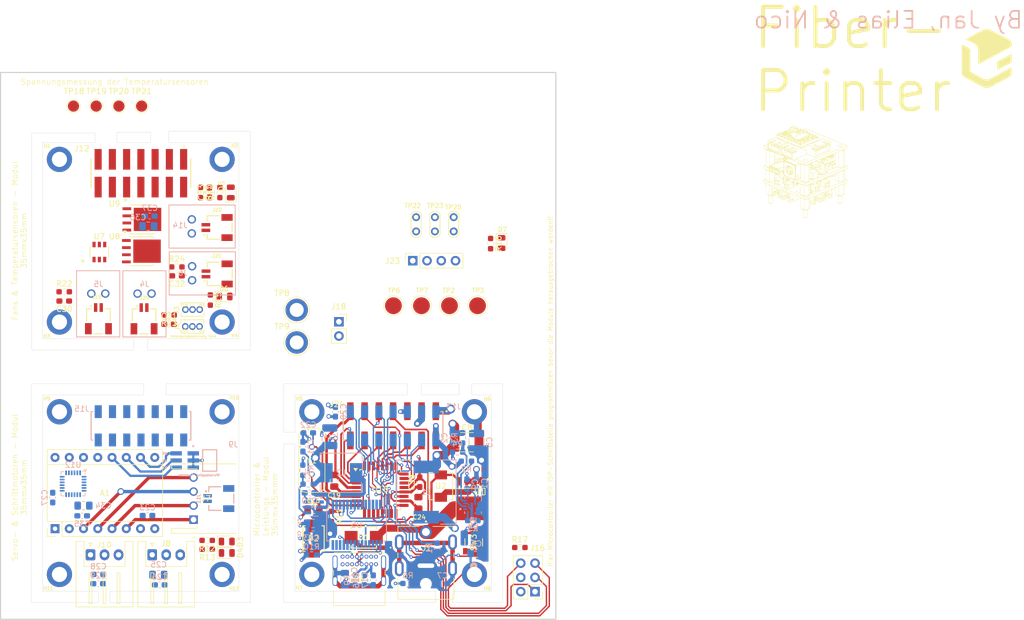
<source format=kicad_pcb>
(kicad_pcb (version 20240108) (generator "pcbnew") (generator_version "8.0")
  (layers (0 "F.Cu" signal) (1 "In1.Cu" power "GND") (2 "In2.Cu" power "PWR") (31 "B.Cu" signal) (34 "B.Paste" user) (35 "F.Paste" user) (36 "B.SilkS" user "B.Silkscreen") (37 "F.SilkS" user "F.Silkscreen") (38 "B.Mask" user) (39 "F.Mask" user) (44 "Edge.Cuts" user))
  (net 0 "")
  (net 1 "GND")
  (net 2 "+12V")
  (net 3 "ADC0")
  (net 4 "ADC1")
  (net 5 "ADC2")
  (net 6 "ADC3")
  (net 7 "SCL")
  (net 8 "AREF")
  (net 9 "FAN_01_PWM_clockwise")
  (net 10 "FAN_01_PWM_counterclockwise")
  (net 11 "FAN_2_PWM")
  (net 12 "FAN_3_PWM")
  (net 13 "Net-(D6-K)")
  (net 14 "Net-(U7-OUT1)")
  (net 15 "Net-(U7-OUT2)")
  (net 16 "Net-(U8-D)")
  (net 17 "Net-(U9-D)")
  (net 18 "STEP")
  (net 19 "M1")
  (net 20 "DIR")
  (net 22 "STP_A1")
  (net 23 "STP_B1")
  (net 24 "M0")
  (net 25 "M2")
  (net 26 "STP_B2")
  (net 28 "STP_A2")
  (net 29 "RESET")
  (net 30 "MOSI")
  (net 31 "BLT_Switch")
  (net 32 "TXD")
  (net 33 "RXD")
  (net 34 "SDA")
  (net 35 "BLT_Servo")
  (net 55 "Net-(U6-BOOT)")
  (net 56 "Net-(U6-SW)")
  (net 57 "Net-(U6-FB)")
  (net 58 "PWR_IN_PROT")
  (net 59 "GND2")
  (net 60 "GND3")
  (net 61 "Net-(U6-SS)")
  (net 62 "Net-(U4-SW)")
  (net 63 "Net-(U4-VBST)")
  (net 64 "Net-(P1-SHIELD)")
  (net 65 "Quartz_1")
  (net 66 "Quartz_2")
  (net 67 "+24V")
  (net 68 "Net-(D7-K)")
  (net 69 "MISO")
  (net 70 "SCK")
  (net 71 "USBD+")
  (net 72 "USBD-")
  (net 73 "Net-(U1-G)")
  (net 74 "Net-(U6-PG)")
  (net 75 "Net-(U6-MODE)")
  (net 76 "Net-(U4-VFB)")
  (net 94 "+5V_POW")
  (net 95 "Fan_Versorgung_01")
  (net 96 "Fan_Versorgung_23")
  (net 97 "Net-(D3-K)")
  (net 98 "Net-(P1-CC1)")
  (net 99 "Net-(P1-CC2)")
  (net 100 "LED_MOT1")
  (net 101 "Net-(D4-K)")
  (net 102 "LED_MOT0")
  (net 103 "LED_FAN0")
  (net 104 "Net-(D5-K)")
  (net 105 "LED_FAN1")
  (footprint "TestPoint:TestPoint_Pad_D3.0mm" (layer "F.Cu") (at 130.043865 94.090113 90)
    (property "Reference" "TP2")
    (property "Value" "GND_Test")
  )
  (footprint "Imported_Component_Footprints:824521241" (layer "F.Cu") (at 105.789103 135.592613 -90)
    (property "Reference" "D2")
    (property "Value" "WE-TVSP_DO-214AA_600W_BI")
  )
  (footprint "TestPoint:TestPoint_2Pads_Pitch2.54mm_Drill0.8mm" (layer "F.Cu") (at 127.443865 80.840113 90)
    (property "Reference" "TP23")
    (property "Value" "I_Sense_5V")
  )
  (footprint "TestPoint:TestPoint_Pad_D2.0mm" (layer "F.Cu") (at 75.15 58.5 90)
    (property "Reference" "TP21")
    (property "Value" "ADC0")
  )
  (footprint "Resistor_SMD:R_0603_1608Metric_Pad0.98x0.95mm_HandSolder" (layer "F.Cu") (at 85.65 73.9 -90)
    (property "Reference" "R25")
    (property "Value" "4k7")
  )
  (footprint "Resistor_SMD:R_0603_1608Metric_Pad0.98x0.95mm_HandSolder" (layer "F.Cu") (at 81.43 87.17)
    (property "Reference" "R24")
    (property "Value" "4k7")
  )
  (footprint "Imported_Component_Footprints:MountingHole_2.7mm_M2.5_ISO7380_Pad_TopBottom_111mm" (layer "F.Cu") (at 134.489103 142)
    (property "Reference" "H8")
    (property "Value" "MountHole" (hide yes))
  )
  (footprint "Resistor_SMD:R_0603_1608Metric_Pad0.98x0.95mm_HandSolder" (layer "F.Cu") (at 89.1 73.9 90)
    (property "Reference" "R14")
    (property "Value" "330")
  )
  (footprint "Imported_Component_Footprints:824521241" (layer "F.Cu") (at 114.75 135.392613)
    (property "Reference" "D1")
    (property "Value" "WE-TVSP_DO-214AA_600W_BI")
  )
  (footprint "Connector_PinHeader_2.54mm:PinHeader_2x03_P2.54mm_Vertical" (layer "F.Cu") (at 145.29 145.07 180)
    (property "Reference" "J16")
    (property "Value" "ISP")
  )
  (footprint "Capacitor_SMD:C_0805_2012Metric_Pad1.18x1.45mm_HandSolder" (layer "F.Cu") (at 109.5 125.3 -90)
    (property "Reference" "C19")
    (property "Value" "4.7uF")
  )
  (footprint "LED_SMD:LED_0805_2012Metric" (layer "F.Cu") (at 91.05 73.9 90)
    (property "Reference" "D5")
    (property "Value" "YELLOW" (hide yes))
  )
  (footprint "TestPoint:TestPoint_Loop_D3.80mm_Drill2.5mm" (layer "F.Cu") (at 102.803865 94.840113 -90)
    (property "Reference" "TP8")
    (property "Value" "Quartz_1")
  )
  (footprint "Imported_Component_Footprints:Logo_FiberPrinter_V2" (layer "F.Cu") (at 225.842786 49.844849)
    (property "Reference" "G***" (hide yes))
    (property "Value" "LOGO" (hide yes))
  )
  (footprint "Imported_Component_Footprints:gesamtbaugruppev3" (layer "F.Cu") (at 193.5 70.25)
    (property "Reference" "G***" (hide yes))
    (property "Value" "LOGO" (hide yes))
  )
  (footprint "Imported_Component_Footprints:MountingHole_2.7mm_M2.5_ISO7380_Pad_TopBottom_7mm" (layer "F.Cu") (at 89.5 68)
    (property "Reference" "H2")
    (property "Value" "MountHole" (hide yes))
  )
  (footprint "Imported_Component_Footprints:RJK0456DPB_00_J5" (layer "F.Cu") (at 75.1967 78.7)
    (property "Reference" "U9")
    (property "Value" "RJK0456DPB-00-J5")
  )
  (footprint "Imported_Component_Footprints:MountingHole_2.7mm_M2.5_ISO7380_Pad_TopBottom_7mm" (layer "F.Cu") (at 89.5 97)
    (property "Reference" "H4")
    (property "Value" "MountHole" (hide yes))
  )
  (footprint "Imported_Component_Footprints:SAMTEC_TSM-107-04-L-DV" (layer "F.Cu") (at 75.017 70.465)
    (property "Reference" "J12")
    (property "Value" "Steckverbinder_Male_Fans")
  )
  (footprint "Capacitor_SMD:C_0805_2012Metric_Pad1.18x1.45mm_HandSolder" (layer "F.Cu") (at 105.789103 130.392613)
    (property "Reference" "C15")
    (property "Value" "10µF")
  )
  (footprint "Imported_Component_Footprints:FTS_103_01_F_S" (layer "F.Cu") (at 85.47 97.8)
    (property "Reference" "J2")
    (property "Value" "Fan_12/5V_Regelung" (hide yes))
  )
  (footprint "Capacitor_SMD:C_0603_1608Metric_Pad1.08x0.95mm_HandSolder" (layer "F.Cu") (at 81.46 88.76 180)
    (property "Reference" "C32")
    (property "Value" "0.1µF")
  )
  (footprint "Imported_Component_Footprints:665102131822" (layer "F.Cu") (at 75.58 96.3425)
    (property "Reference" "J20")
    (property "Value" "T2")
  )
  (footprint "Imported_Component_Footprints:drv8825" (layer "F.Cu") (at 59.714015 133.84 90)
    (property "Reference" "A1")
    (property "Value" "Pololu_Breakout_DRV8825")
  )
  (footprint "Resistor_SMD:R_0603_1608Metric_Pad0.98x0.95mm_HandSolder" (layer "F.Cu") (at 109.01 131.67 -90)
    (property "Reference" "R11")
    (property "Value" "10k")
  )
  (footprint "Imported_Component_Footprints:RJK0456DPB_00_J5" (layer "F.Cu") (at 75.1137 84.365)
    (property "Reference" "U8")
    (property "Value" "RJK0456DPB-00-J5")
  )
  (footprint "Imported_Component_Footprints:665102131822" (layer "F.Cu") (at 88.5225 80.15 90)
    (property "Reference" "J22")
    (property "Value" "T3")
  )
  (footprint "Imported_Component_Footprints:MountingHole_2.7mm_M2.5_ISO7380_Pad_TopBottom_7mm" (layer "F.Cu") (at 60.5 68)
    (property "Reference" "H1")
    (property "Value" "MountHole" (hide yes))
  )
  (footprint "Capacitor_SMD:C_0805_2012Metric_Pad1.18x1.45mm_HandSolder" (layer "F.Cu") (at 124.5 129.25 90)
    (property "Reference" "C24")
    (property "Value" "10µF")
  )
  (footprint "LED_SMD:LED_0805_2012Metric" (layer "F.Cu") (at 89.94 92.44)
    (property "Reference" "D6")
    (property "Value" "YELLOW" (hide yes))
  )
  (footprint "Resistor_SMD:R_0603_1608Metric_Pad0.98x0.95mm_HandSolder" (layer "F.Cu") (at 80.05 95.75 180)
    (property "Reference" "R23")
    (property "Value" "4k7")
  )
  (footprint "Imported_Component_Footprints:SZ1SMB5927BT3G" (layer "F.Cu") (at 128.5 126.25 90)
    (property "Reference" "U2")
    (property "Value" "SZ1SMB5927BT3G")
  )
  (footprint "Resistor_SMD:R_0603_1608Metric_Pad0.98x0.95mm_HandSolder" (layer "F.Cu") (at 86.85 137.52 180)
    (property "Reference" "R13")
    (property "Value" "330")
  )
  (footprint "Resistor_SMD:R_0603_1608Metric_Pad0.98x0.95mm_HandSolder" (layer "F.Cu") (at 86.84 135.93 180)
    (property "Reference" "R12")
    (property "Value" "330")
  )
  (footprint "LED_SMD:LED_0805_2012Metric" (layer "F.Cu") (at 139.323865 82.912613 -90)
    (property "Reference" "D7")
    (property "Value" "GREEN")
  )
  (footprint "LED_SMD:LED_0805_2012Metric" (layer "F.Cu") (at 90.33 138.17)
    (property "Reference" "D4")
    (property "Value" "YELLOW" (hide yes))
  )
  (footprint "MountingHole:MountingHole_2.7mm_M2.5_ISO7380_Pad_TopBottom" (layer "F.Cu") (at 89.5 142)
    (property "Reference" "H12")
    (property "Value" "MountHole" (hide yes))
  )
  (footprint "TestPoint:TestPoint_Pad_D3.0mm" (layer "F.Cu") (at 135.043865 94.090113 90)
    (property "Reference" "TP3")
    (property "Value" "12V_Test")
  )
  (footprint "Package_QFP:TQFP-32_7x7mm_P0.8mm" (layer "F.Cu") (at 117.689103 126.892625)
    (property "Reference" "U10")
    (property "Value" "ATmega328PB-A")
  )
  (footprint "Resistor_SMD:R_0603_1608Metric_Pad0.98x0.95mm_HandSolder" (layer "F.Cu") (at 142.59 137.2)
    (property "Reference" "R17")
    (property "Value" "10k")
  )
  (footprint "Connector_PinSocket_2.54mm:PinSocket_1x02_P2.54mm_Vertical" (layer "F.Cu") (at 110.328865 96.950113)
    (property "Reference" "J18")
    (property "Value" "Quartz")
  )
  (footprint "Imported_Component_Footprints:SQJ409EP_T1_GE3" (layer "F.Cu") (at 133.75 129 180)
    (property "Reference" "U1")
    (property "Value" "SQJ409EP-T1_GE3")
  )
  (footprint "MountingHole:MountingHole_2.7mm_M2.5_ISO7380_Pad_TopBottom" (layer "F.Cu") (at 60.5 113)
    (property "Reference" "H9")
    (property "Value" "MountHole" (hide yes))
  )
  (footprint "TestPoint:TestPoint_Loop_D3.80mm_Drill2.5mm" (layer "F.Cu") (at 102.803865 100.640113 -90)
    (property "Reference" "TP9")
    (property "Value" "Quartz_2")
  )
  (footprint "Imported_Component_Footprints:MountingHole_2.7mm_M2.5_ISO7380_Pad_TopBottom_111mm" (layer "F.Cu") (at 105.5 113)
    (property "Reference" "H5")
    (property "Value" "MountHole" (hide yes))
  )
  (footprint "Capacitor_SMD:C_0603_1608Metric_Pad1.08x0.95mm_HandSolder" (layer "F.Cu") (at 87.25 73.9 90)
    (property "Reference" "C33")
    (property "Value" "0.1µF")
  )
  (footprint "Resistor_SMD:R_0603_1608Metric_Pad0.98x0.95mm_HandSolder" (layer "F.Cu") (at 87.4 93.08 -90)
    (property "Reference" "R15")
    (property "Value" "330")
  )
  (footprint "Imported_Component_Footprints:MountingHole_2.7mm_M2.5_ISO7380_Pad_TopBottom_111mm" (layer "F.Cu") (at 105.489103 142)
    (property "Reference" "H7")
    (property "Value" "MountHole" (hide yes))
  )
  (footprint "TestPoint:TestPoint_Pad_D2.0mm" (layer "F.Cu") (at 67.05 58.5 90)
    (property "Reference" "TP19")
    (property "Value" "ADC3")
  )
  (footprint "TestPoint:TestPoint_Pad_D2.0mm" (layer "F.Cu") (at 63 58.5 90)
    (property "Reference" "TP18")
    (property "Value" "ADC2")
  )
  (footprint "MountingHole:MountingHole_2.7mm_M2.5_ISO7380_Pad_TopBottom" (layer "F.Cu") (at 60.5 142)
    (property "Reference" "H11")
    (property "Value" "MountHole" (hide yes))
  )
  (footprint "LED_SMD:LED_0805_2012Metric" (layer "F.Cu") (at 90.32 136.13)
    (property "Reference" "D3")
    (property "Value" "YELLOW" (hide yes))
  )
  (footprint "Capacitor_SMD:C_0603_1608Metric_Pad1.08x0.95mm_HandSolder" (layer "F.Cu") (at 80.04 97.39)
    (property "Reference" "C31")
    (property "Value" "0.1µF")
  )
  (footprint "TestPoint:TestPoint_Pad_D2.0mm" (layer "F.Cu") (at 71.1 58.5 90)
    (property "Reference" "TP20")
    (property "Value" "ADC1")
  )
  (footprint "Imported_Component_Footprints:CUI_PJ-082BH" (layer "F.Cu") (at 125.839103 143.685813)
    (property "Reference" "J1")
    (property "Value" "PJ-082BH")
  )
  (footprint "Imported_Component_Footprints:FTS_103_01_F_S" (layer "F.Cu") (at 85.5 94.7746)
    (property "Reference" "J3")
    (property "Value" "Fan_12/5V_Regelung" (hide yes))
  )
  (footprint "Imported_Component_Footprints:PTS820 J25K SMTR LFS_CNK" (layer "F.Cu") (at 134.365001 136.294999 90)
    (property "Reference" "SW3")
    (property "Value" "PTS820 J25K SMTR LFS")
  )
  (footprint "Imported_Component_Footprints:JST_S4B-XH-A-1" (layer "F.Cu") (at 86.26 128.48 90)
    (property "Reference" "J7")
    (property "Value" "Stepper Motor")
  )
  (footprint "Capacitor_SMD:C_1812_4532Metric_Pad1.57x3.40mm_HandSolder" (layer "F.Cu") (at 133.15 118.43)
    (property "Reference" "C8")
    (property "Value" "47µF")
  )
  (footprint "Capacitor_SMD:C_0603_1608Metric_Pad1.08x0.95mm_HandSolder" (layer "F.Cu") (at 61.35 93.251151 180)
    (property "Reference" "C30")
    (property "Value" "0.1µF")
  )
  (footprint "Imported_Component_Footprints:JST_XH_S3B-XH-A_1x03_P2.50mm_Horizontal" (layer "F.Cu") (at 77.036515 138.5)
    (property "Reference" "J8")
    (property "Value" "Servo Motor SM")
  )
  (footprint "Imported_Component_Footprints:MountingHole_2.7mm_M2.5_ISO7380_Pad_TopBottom_111mm" (layer "F.Cu") (at 134.489103 113)
    (property "Reference" "H6")
    (property "Value" "MountHole" (hide yes))
  )
  (footprint "Imported_Component_Footprints:MountingHole_2.7mm_M2.5_ISO7380_Pad_TopBottom_7mm" (layer "F.Cu") (at 60.5 97)
    (property "Reference" "H3")
    (property "Value" "MountHole" (hide yes))
  )
  (footprint "Imported_Component_Footprints:XTAL_ECS-160-18-4X-CKM" (layer "F.Cu") (at 105.5 121.69 90)
    (property "Reference" "Y1")
    (property "Value" "ECS-160-18-4X-CKM")
  )
  (footprint "TestPoint:TestPoint_2Pads_Pitch2.54mm_Drill0.8mm" (layer "F.Cu") (at 130.793865 80.840113 90)
    (property "Reference" "TP25")
    (property "Value" "I_Sense_12V")
  )
  (footprint "Connector_USB:USB_C_Receptacle_GCT_USB4085" (layer "F.Cu") (at 110.984103 138.835813)
    (property "Reference" "P1")
    (property "Value" "USB_C_Receptacle_USB2.0_14P" (hide yes))
  )
  (footprint "TestPoint:TestPoint_2Pads_Pitch2.54mm_Drill0.8mm" (layer "F.Cu") (at 124.093865 80.840113 90)
    (property "Reference" "TP22")
    (property "Value" "I_Sense_5V")
  )
  (footprint "Capacitor_SMD:C_0603_1608Metric_Pad1.08x0.95mm_HandSolder" (layer "F.Cu") (at 124.75 125.55 90)
    (property "Reference" "C38")
    (property "Value" "100nF")
  )
  (footprint "Imported_Component_Footprints:665102131822" (layer "F.Cu") (at 67.45 96.33)
    (property "Reference" "J19" (hide yes))
    (property "Value" "T2")
  )
  (footprint "Imported_Component_Footprints:JST_XH_S3B-XH-A_1x03_P2.50mm_Horizontal" (layer "F.Cu") (at 66.036515 138.5)
    (property "Reference" "J10")
    (property "Value" "Servo Motor BL Touch")
  )
  (footprint "TestPoint:TestPoint_Pad_D3.0mm" (layer "F.Cu") (at 125.043865 94.090113 90)
    (property "Reference" "TP7")
    (property "Value" "5V_POW_Test")
  )
  (footprint "Connector_PinSocket_2.54mm:PinSocket_1x04_P2.54mm_Vertical" (layer "F.Cu") (at 123.493865 86.065113 90)
    (property "Reference" "J23")
    (property "Value" "Conn_01x04_Socket" (hide yes))
  )
  (footprint "MountingHole:MountingHole_2.7mm_M2.5_ISO7380_Pad_TopBottom" (layer "F.Cu") (at 89.5 113)
    (property "Reference" "H10")
    (property "Value" "MountHole" (hide yes))
  )
  (footprint "Imported_Component_Footprints:TPM16050_S6TR" (layer "F.Cu") (at 67.617 84.515 90)
    (property "Reference" "U7")
    (property "Value" "TPM16050-S6TR")
  )
  (footprint "Imported_Component_Footprints:665102131822" (layer "F.Cu") (at 88.5425 88.42 90)
    (property "Reference" "J21")
    (property "Value" "T2")
  )
  (footprint "Resistor_SMD:R_0603_1608Metric_Pad0.98x0.95mm_HandSolder" (layer "F.Cu") (at 61.35 91.6)
    (property "Reference" "R22")
    (property "Value" "4k7")
  )
  (footprint "Imported_Component_Footprints:SAMTEC_HW-07-08-L-D-250-SM" (layer "F.Cu") (at 127.606603 112.900113 180)
    (property "Reference" "J24")
    (property "Value" "Steckverbinder_Male_Leistung")
  )
  (footprint "Resistor_SMD:R_0603_1608Metric_Pad0.98x0.95mm_HandSolder" (layer "F.Cu") (at 137.373865 83.010113 -90)
    (property "Reference" "R16")
    (property "Value" "1k")
  )
  (footprint "TestPoint:TestPoint_Pad_D3.0mm" (layer "F.Cu") (at 120.043865 94.090113 90)
    (property "Reference" "TP6")
    (property "Value" "5V_USBC_Test")
  )
  (footprint "Resistor_SMD:R_0603_1608Metric_Pad0.98x0.95mm_HandSolder" (layer "B.Cu") (at 131.48 120.18 180)
    (property "Reference" "R4")
    (property "Value" "1k58")
  )
  (footprint "Imported_Component_Footprints:SPM10040T_4R7M_HZ" (layer "B.Cu") (at 125.9 127.315863 90)
    (property "Reference" "L1")
    (property "Value" "4.7µH")
  )
  (footprint "Sensor_Motion:InvenSense_QFN-24_4x4mm_P0.5mm" (layer "B.Cu") (at 62.933865 125.830739 180)
    (property "Reference" "U12")
    (property "Value" "MPU-6050")
  )
  (footprint "Imported_Component_Footprints:CONN_S2B-XH-A-1LFSN_JST" (layer "B.Cu") (at 84.1 78.700001 -90)
    (property "Reference" "J14")
    (property "Value" "FAN3")
  )
  (footprint "Resistor_SMD:R_0603_1608Metric_Pad0.98x0.95mm_HandSolder" (layer "B.Cu") (at 133.05 121.8)
    (property "Reference" "R2")
    (property "Value" "100k")
  )
  (footprint "Capacitor_SMD:C_0603_1608Metric_Pad1.08x0.95mm_HandSolder" (layer "B.Cu") (at 104.85 116.75 180)
    (property "Reference" "C22")
    (property "Value" "18pF")
  )
  (footprint "Capacitor_SMD:C_1210_3225Metric_Pad1.33x2.70mm_HandSolder" (layer "B.Cu") (at 108.7 117.45 90)
    (property "Reference" "C14")
    (property "Value" "22µF")
  )
  (footprint "Capacitor_SMD:C_0805_2012Metric_Pad1.18x1.45mm_HandSolder" (layer "B.Cu") (at 105.7 135 180)
    (property "Reference" "C12")
    (property "Value" "10µF")
  )
  (footprint "Imported_Component_Footprints:SAMTEC_HLE-107-02-L-DV" (layer "B.Cu") (at 119.989103 115.492613)
    (property "Reference" "J13")
    (property "Value" "Steckverbinder_Female_Leistung")
  )
  (footprint "Resistor_SMD:R_0603_1608Metric_Pad0.98x0.95mm_HandSolder" (layer "B.Cu") (at 104.85 125.9 180)
    (property "Reference" "R7")
    (property "Value" "54.9k")
  )
  (footprint "Capacitor_SMD:C_0805_2012Metric_Pad1.18x1.45mm_HandSolder" (layer "B.Cu") (at 111.4 142.8 -90)
    (property "Reference" "C18")
    (property "Value" "1uF")
  )
  (footprint "Capacitor_SMD:C_0603_1608Metric_Pad1.08x0.95mm_HandSolder" (layer "B.Cu") (at 67.45 142 180)
    (property "Reference" "C28")
    (property "Value" "4.7uF")
  )
  (footprint "Package_TO_SOT_SMD:SOT-23-6" (layer "B.Cu") (at 105.85 130.0375 180)
    (property "Reference" "U4")
    (property "Value" "TPS565208")
  )
  (footprint "Resistor_SMD:R_0603_1608Metric_Pad0.98x0.95mm_HandSolder" (layer "B.Cu") (at 105.45 138.5 180)
    (property "Reference" "R10")
    (property "Value" "5k1")
  )
  (footprint "Imported_Component_Footprints:CONN_S2B-XH-A-1LFSN_JST" (layer "B.Cu") (at 76.925699 91.926274 180)
    (property "Reference" "J4")
    (property "Value" "FAN0")
  )
  (footprint "Resistor_SMD:R_0603_1608Metric_Pad0.98x0.95mm_HandSolder" (layer "B.Cu") (at 122.65 143.61 180)
    (property "Reference" "R6")
    (property "Value" "10")
  )
  (footprint "Capacitor_SMD:C_0603_1608Metric_Pad1.08x0.95mm_HandSolder" (layer "B.Cu") (at 116.45 143.025 -90)
    (property "Reference" "C17")
    (property "Value" "100nF")
  )
  (footprint "Capacitor_SMD:C_0805_2012Metric_Pad1.18x1.45mm_HandSolder" (layer "B.Cu") (at 76.34 79.92 180)
    (property "Reference" "C36")
    (property "Value" "10µF")
  )
  (footprint "Resistor_SMD:R_0603_1608Metric_Pad0.98x0.95mm_HandSolder" (layer "B.Cu") (at 103.89 123.42 90)
    (property "Reference" "R8")
    (property "Value" "10k")
  )
  (footprint "Capacitor_SMD:C_0603_1608Metric_Pad1.08x0.95mm_HandSolder" (layer "B.Cu") (at 134.84 125.8 90)
    (property "Reference" "C1")
    (property "Value" "100nF")
  )
  (footprint "Capacitor_SMD:C_0603_1608Metric_Pad1.08x0.95mm_HandSolder" (layer "B.Cu") (at 133.15 125.9 90)
    (property "Reference" "C9")
    (property "Value" "22nF")
  )
  (footprint "Resistor_SMD:R_0603_1608Metric_Pad0.98x0.95mm_HandSolder" (layer "B.Cu") (at 132.4 117.65 -90)
    (property "Reference" "R3")
    (property "Value" "30k")
  )
  (footprint "Imported_Component_Footprints:CONV_TPS56837RPAR" (layer "B.Cu") (at 134.23 129.6)
    (property "Reference" "U6")
    (property "Value" "TPS56837RPAR")
  )
  (footprint "Imported_Component_Footprints:665102131822" (layer "B.Cu") (at 88.8225 128.47 -90)
    (property "Reference" "J11")
    (property "Value" "T3")
  )
  (footprint "Capacitor_SMD:C_0603_1608Metric_Pad1.08x0.95mm_HandSolder" (layer "B.Cu") (at 64.55 131.55)
    (property "Reference" "C35")
    (property "Value" "100nF")
  )
  (footprint "Capacitor_SMD:C_0603_1608Metric_Pad1.08x0.95mm_HandSolder" (layer "B.Cu") (at 76.2 131.5 180)
    (property "Reference" "C23")
    (property "Value" "100nF")
  )
  (footprint "Capacitor_SMD:C_0805_2012Metric_Pad1.18x1.45mm_HandSolder" (layer "B.Cu") (at 78.1375 142.05 180)
    (property "Reference" "C25")
    (property "Value" "4.7uF")
  )
  (footprint "Imported_Component_Footprints:CONN_S2B-XH-A-1LFSN_JST" (layer "B.Cu") (at 68.675 91.9215 180)
    (property "Reference" "J5")
    (property "Value" "FAN1")
  )
  (footprint "Capacitor_SMD:C_1210_3225Metric_Pad1.33x2.70mm_HandSolder" (layer "B.Cu") (at 134.8775 118.44 90)
    (property "Reference" "C5")
    (property "Value" "10µF")
  )
  (footprint "Capacitor_SMD:C_0603_1608Metric_Pad1.08x0.95mm_HandSolder" (layer "B.Cu") (at 78.385739 143.866135 180)
    (property "Reference" "C26")
    (property "Value" "100nF")
  )
  (footprint "Capacitor_SMD:C_0805_2012Metric_Pad1.18x1.45mm_HandSolder" (layer "B.Cu") (at 64.783865 129.730739)
    (property "Reference" "C34")
    (property "Value" "10µF")
  )
  (footprint "Capacitor_SMD:C_0603_1608Metric_Pad1.08x0.95mm_HandSolder" (layer "B.Cu") (at 114.85 143.025 -90)
    (property "Reference" "C16")
    (property "Value" "100nF")
  )
  (footprint "Imported_Component_Footprints:FTSH-103-01-L-DH" (layer "B.Cu") (at 82.833865 121.680739 90)
    (property "Reference" "J9")
    (property "Value" "Microstepping")
  )
  (footprint "Capacitor_SMD:C_0805_2012Metric_Pad1.18x1.45mm_HandSolder" (layer "B.Cu") (at 105.7 132.9 180)
    (property "Reference" "C11")
    (property "Value" "10µF")
  )
  (footprint "Imported_Component_Footprints:CONN_S2B-XH-A-1LFSN_JST" (layer "B.Cu") (at 84.15 87.050001 -90)
    (property "Reference" "J6")
    (property "Value" "FAN2")
  )
  (footprint "Capacitor_SMD:C_0603_1608Metric_Pad1.08x0.95mm_HandSolder" (layer "B.Cu") (at 130.57 117.67 -90)
    (property "Reference" "C2")
    (property "Value" "150pF")
  )
  (footprint "Capacitor_SMD:C_0603_1608Metric_Pad1.08x0.95mm_HandSolder" (layer "B.Cu") (at 128.78 143.66 180)
    (property "Reference" "C7")
    (property "Value" "100nF")
  )
  (footprint "Resistor_SMD:R_0603_1608Metric_Pad0.98x0.95mm_HandSolder" (layer "B.Cu") (at 113.25 143.0125 -90)
    (property "Reference" "R9")
    (property "Value" "5k1")
  )
  (footprint "Capacitor_SMD:C_0603_1608Metric_Pad1.08x0.95mm_HandSolder" (layer "B.Cu") (at 103.91 119.22 90)
    (property "Reference" "C21")
    (property "Value" "18pF")
  )
  (footprint "Capacitor_SMD:C_0603_1608Metric_Pad1.08x0.95mm_HandSolder" (layer "B.Cu") (at 76.6 78.1 180)
    (property "Reference" "C37")
    (property "Value" "100nF")
  )
  (footprint "Capacitor_SMD:C_0805_2012Metric_Pad1.18x1.45mm_HandSolder" (layer "B.Cu") (at 134.8475 138.21 180)
    (property "Reference" "C6")
    (property "Value" "100nF")
  )
  (footprint "Capacitor_SMD:C_1210_3225Metric_Pad1.33x2.70mm_HandSolder" (layer "B.Cu") (at 134.25 135.5 180)
    (property "Reference" "C4")
    (property "Value" "10µF")
  )
  (footprint "Imported_Component_Footprints:SAMTEC_HLE-107-02-L-DV" (layer "B.Cu") (at 75.036515 115.5)
    (property "Reference" "J15")
    (property "Value" "Steckverbinder_Female_Motoren")
  )
  (footprint "Imported_Component_Footprints:IHLP2525CZER3R3M11" (layer "B.Cu") (at 110.7457 123.870113 180)
    (property "Reference" "L2")
    (property "Value" "3.3µH")
  )
  (footprint "Capacitor_SMD:C_0603_1608Metric_Pad1.08x0.95mm_HandSolder" (layer "B.Cu") (at 59.3 128.3 -90)
    (property "Reference" "C27")
    (property "Value" "100nF")
  )
  (footprint "Capacitor_SMD:C_0603_1608Metric_Pad1.08x0.95mm_HandSolder" (layer "B.Cu") (at 109.7 113 90)
    (property "Reference" "C20")
    (property "Value" "100nF")
  )
  (footprint "Resistor_SMD:R_0603_1608Metric_Pad0.98x0.95mm_HandSolder" (layer "B.Cu") (at 134.2 132.4)
    (property "Reference" "R5")
    (property "Value" "30.1k")
  )
  (footprint "Capacitor_SMD:C_0603_1608Metric_Pad1.08x0.95mm_HandSolder" (layer "B.Cu") (at 67.4 143.65 180)
    (property "Reference" "C29")
    (property "Value" "100nF")
  )
  (footprint "Package_SO:SSOP-28_5.3x10.2mm_P0.65mm" (layer "B.Cu") (at 113.475 133.15 -90)
    (property "Reference" "U5")
    (property "Value" "FT232RL")
  )
  (footprint "Resistor_SMD:R_0603_1608Metric_Pad0.98x0.95mm_HandSolder" (layer "B.Cu") (at 127.86 137.33 -90)
    (property "Reference" "R1")
    (property "Value" "100k")
  )
  (footprint "Capacitor_SMD:C_0603_1608Metric_Pad1.08x0.95mm_HandSolder" (layer "B.Cu") (at 105.4625 136.9 180)
    (property "Reference" "C13")
    (property "Value" "100nF")
  )
  (footprint "Capacitor_SMD:C_0603_1608Metric_Pad1.08x0.95mm_HandSolder" (layer "B.Cu") (at 105.0875 127.45)
    (property "Reference" "C10")
    (property "Value" "100nF")
  )
  (gr_poly (pts (xy 75.5 110) (xy 75.5 108) (xy 55.5 108) (xy 55.5 147) (xy 67.5 147) (xy 67.5 145) (xy 57.5 145) (xy 57.5 110)) (stroke (width 0.05)) (fill none) (layer "Edge.Cuts"))
  (gr_poly (pts (xy 102.479103 118.740113) (xy 100.5 118.740113) (xy 100.5 147) (xy 127.6 147) (xy 127.6 144.992613) (xy 102.496603 145)) (stroke (width 0.05)) (fill none) (layer "Edge.Cuts"))
  (gr_poly (pts (xy 80 65) (xy 80 63) (xy 94.5 63) (xy 94.5 102) (xy 76.25 102) (xy 76.25 100) (xy 92.5 100) (xy 92.5 65)) (stroke (width 0.05)) (fill none) (layer "Edge.Cuts"))
  (gr_poly (pts (xy 92.5 110) (xy 79.5 110) (xy 79.5 108) (xy 94.5 108) (xy 94.5 147) (xy 69.5 147) (xy 69.5 145) (xy 92.5 145)) (stroke (width 0.05)) (fill none) (layer "Edge.Cuts"))
  (gr_poly (pts (xy 73.75 102) (xy 73.75 100) (xy 57.5 100) (xy 57.517 65) (xy 66.85 65) (xy 66.85 63.3) (xy 55.58 63.3) (xy 55.58 102)) (stroke (width 0.05)) (fill none) (layer "Edge.Cuts"))
  (gr_poly (pts (xy 130.626603 144.992613) (xy 137.5 145) (xy 137.5 110) (xy 134 110) (xy 134 108) (xy 139.5 108) (xy 139.5 147) (xy 130.626603 147)) (stroke (width 0.05)) (fill none) (layer "Edge.Cuts"))
  (gr_poly (pts (xy 102.5 116.650113) (xy 100.5 116.650113) (xy 100.5 108) (xy 122.5 108) (xy 122.5 110.000113) (xy 102.5 110.000113)) (stroke (width 0.05)) (fill none) (layer "Edge.Cuts"))
  (gr_poly (pts (xy 70.75 63.73) (xy 70.75 65) (xy 76.75 65) (xy 76.75 63.19) (xy 70.75 63.19)) (stroke (width 0.05)) (fill none) (layer "Edge.Cuts"))
  (gr_rect (start 50 52.5) (end 149 150) (stroke (width 0.2)) (fill none) (layer "Edge.Cuts"))
  (gr_rect (start 125.006603 107.970113) (end 131.75 109.990113) (stroke (width 0.05)) (fill none) (layer "Edge.Cuts"))
  (gr_text "Microstepping einstellen" (at 89.133865 124.530739 0) (layer "B.SilkS") (effects (font (size 0.4 0.4) (thickness 0.1) (bold yes)) (justify left bottom mirror)))
  (gr_text "M2" (at 79.783865 123.180739 0) (layer "B.SilkS") (effects (font (size 0.4 0.4) (thickness 0.1) (bold yes)) (justify left bottom mirror)))
  (gr_text "By Jan, Elias & Nico" (at 232.48 44.9 -0) (layer "B.SilkS") (effects (font (size 3 3) (thickness 0.3)) (justify left bottom mirror)))
  (gr_text "M0" (at 79.783865 120.680739 0) (layer "B.SilkS") (effects (font (size 0.4 0.4) (thickness 0.1) (bold yes)) (justify left bottom mirror)))
  (gr_text "M1" (at 79.783865 121.980739 0) (layer "B.SilkS") (effects (font (size 0.4 0.4) (thickness 0.1) (bold yes)) (justify left bottom mirror)))
  (gr_text "Servo- & Schrittmotoren - Modul\n35mmx35mm" (at 54.75 126.5 90) (layer "F.SilkS") (effects (font (size 1 1) (thickness 0.1)) (justify bottom)))
  (gr_text "Fan" (at 83.7 94.25 0) (layer "F.SilkS") (effects (font (size 0.4 0.4) (thickness 0.05)) (justify left bottom)))
  (gr_text "J19" (at 67.150699 92.549774 -0) (layer "F.SilkS") (effects (font (size 0.64 0.64))))
  (gr_text "Fiber-\nPrinter" (at 183.83 59.95 0) (layer "F.SilkS") (effects (font (size 7 7) (thickness 0.7)) (justify left bottom)))
  (gr_text "12V" (at 82.3 94.25 0) (layer "F.SilkS") (effects (font (size 0.4 0.4) (thickness 0.1) (bold yes)) (justify left bottom)))
  (gr_text "5V" (at 85.35 94.25 0) (layer "F.SilkS") (effects (font (size 0.4 0.4) (thickness 0.1) (bold yes)) (justify left bottom)))
  (gr_text "Spannungsmessung der Temperatursensoren" (at 53.5 54.75 0) (layer "F.SilkS") (effects (font (size 1 1) (thickness 0.1)) (justify left bottom)))
  (gr_text "12V" (at 82.25 98.8 0) (layer "F.SilkS") (effects (font (size 0.4 0.4) (thickness 0.1) (bold yes)) (justify left bottom)))
  (gr_text "Fans & Temperatursensoren - Modul\n35mmx35mm\n" (at 54.75 82.5 90) (layer "F.SilkS") (effects (font (size 1 1) (thickness 0.1)) (justify bottom)))
  (gr_text "Versorgungsspannung Fans" (at 80.15 99.75 0) (layer "F.SilkS") (effects (font (size 0.4 0.4) (thickness 0.1) (bold yes)) (justify left bottom)))
  (gr_text "5V" (at 85.3 98.8 0) (layer "F.SilkS") (effects (font (size 0.4 0.4) (thickness 0.1) (bold yes)) (justify left bottom)))
  (gr_text "Hier Microcontroller mit ISP-Schnittstelle programmieren bevor die Module herausgebrochen werden!!" (at 148.5 140.75 90) (layer "F.SilkS") (effects (font (size 0.8 0.8) (thickness 0.1)) (justify left bottom)))
  (gr_text "Fan" (at 83.7 98.8 0) (layer "F.SilkS") (effects (font (size 0.4 0.4) (thickness 0.05)) (justify left bottom)))
  (gr_text "Microcontroller &\nLeistungs - Modul\n35mmx35mmm" (at 99.5 135.25 90) (layer "F.SilkS") (effects (font (size 1 1) (thickness 0.1)) (justify left bottom)))
  (segment (start 124.7075 124.6875) (end 124.75 124.6875) (width 0.5) (layer "F.Cu") (net 1))
  (segment (start 125.675 127.135) (end 125.675 125.575) (width 0.4) (layer "F.Cu") (net 1))
  (segment (start 140.39 147.543604) (end 140.39 142.35) (width 0.25) (layer "F.Cu") (net 1))
  (segment (start 135.890002 134.719998) (end 135.890002 137.87) (width 0.4) (layer "F.Cu") (net 1))
  (segment (start 129.85 147.657208) (end 130.217792 148.025) (width 0.25) (layer "F.Cu") (net 1))
  (segment (start 132.929998 134.63) (end 133.955 134.63) (width 0.4) (layer "F.Cu") (net 1))
  (segment (start 134.489103 142) (end 132.297072 142) (width 0.25) (layer "F.Cu") (net 1))
  (segment (start 122.902375 126.492625) (end 124.7075 124.6875) (width 0.5) (layer "F.Cu") (net 1))
  (segment (start 124.7875 124.6875) (end 124.75 124.6875) (width 0.4) (layer "F.Cu") (net 1))
  (segment (start 124.71 124.6475) (end 124.71 121.21) (width 0.4) (layer "F.Cu") (net 1))
  (segment (start 133.109901 137.600099) (end 132.84 137.87) (width 0.4) (layer "F.Cu") (net 1))
  (segment (start 121.939103 126.492625) (end 122.902375 126.492625) (width 0.5) (layer "F.Cu") (net 1))
  (segment (start 132.84 134.719998) (end 132.929998 134.63) (width 0.4) (layer "F.Cu") (net 1))
  (segment (start 135.620101 137.600099) (end 133.109901 137.600099) (width 0.4) (layer "F.Cu") (net 1))
  (segment (start 129.85 144.447072) (end 129.85 147.657208) (width 0.25) (layer "F.Cu") (net 1))
  (segment (start 135.890002 137.87) (end 135.620101 137.600099) (width 0.4) (layer "F.Cu") (net 1))
  (segment (start 110.635125 127.292625) (end 113.439103 127.292625) (width 0.5) (layer "F.Cu") (net 1))
  (segment (start 106.826603 129.526603) (end 106.826603 130.392613) (width 0.4) (layer "F.Cu") (net 1))
  (segment (start 133.24 133.7782) (end 133.923202 133.7782) (width 0.4) (layer "F.Cu") (net 1))
  (segment (start 135.390003 134.219999) (end 135.890002 134.719998) (width 0.4) (layer "F.Cu") (net 1))
  (segment (start 130.25 112.5) (end 129.849887 112.900113) (width 1.2) (layer "F.Cu") (net 1))
  (segment (start 105.9 128.6) (end 106.826603 129.526603) (width 0.4) (layer "F.Cu") (net 1))
  (segment (start 124.5 128.2125) (end 124.5975 128.2125) (width 0.4) (layer "F.Cu") (net 1))
  (segment (start 109.85 126.5075) (end 110.635125 127.292625) (width 0.5) (layer "F.Cu") (net 1))
  (segment (start 124.75 124.6875) (end 124.71 124.6475) (width 0.4) (layer "F.Cu") (net 1))
  (segment (start 133.955 134.63) (end 134.365001 134.219999) (width 0.4) (layer "F.Cu") (net 1))
  (segment (start 124.5975 128.2125) (end 125.675 127.135) (width 0.4) (layer "F.Cu") (net 1))
  (segment (start 133.923202 133.7782) (end 134.365001 134.219999) (width 0.4) (layer "F.Cu") (net 1))
  (segment (start 134.365001 134.219999) (end 135.390003 134.219999) (width 0.4) (layer "F.Cu") (net 1))
  (segment (start 125.675 125.575) (end 124.7875 124.6875) (width 0.4) (layer "F.Cu") (net 1))
  (segment (start 135.2875 118.43) (end 135.2875 113.798397) (width 1) (layer "F.Cu") (net 1))
  (segment (start 140.39 142.35) (end 142.75 139.99) (width 0.25) (layer "F.Cu") (net 1))
  (segment (start 139.908604 148.025) (end 140.39 147.543604) (width 0.25) (layer "F.Cu") (net 1))
  (segment (start 130.217792 148.025) (end 139.908604 148.025) (width 0.25) (layer "F.Cu") (net 1))
  (segment (start 135.2875 113.798397) (end 134.489103 113) (width 1) (layer "F.Cu") (net 1))
  (segment (start 129.849887 112.900113) (end 127.606603 112.900113) (width 1.2) (layer "F.Cu") (net 1))
  (segment (start 132.297072 142) (end 129.85 144.447072) (width 0.25) (layer "F.Cu") (net 1))
  (segment (start 124.71 121.21) (end 124.5 121) (width 0.4) (layer "F.Cu") (net 1))
  (via (at 133.153724 124.0312) (size 0.6) (drill 0.3) (layers "F.Cu" "B.Cu") (net 1))
  (via (at 104.02 121.28) (size 0.6) (drill 0.3) (layers "F.Cu" "B.Cu") (net 1))
  (via (at 130.25 112.5) (size 1.6) (drill 1) (layers "F.Cu" "B.Cu") (net 1))
  (via (at 103.39 135.58) (size 0.6) (drill 0.3) (layers "F.Cu" "B.Cu") (net 1))
  (via (at 110.5 135.367887) (size 0.6) (drill 0.3) (layers "F.Cu" "B.Cu") (net 1))
  (via (at 103.45 133.33) (size 0.6) (drill 0.3) (layers "F.Cu" "B.Cu") (net 1))
  (via (at 124.5 121) (size 0.6) (drill 0.3) (layers "F.Cu" "B.Cu") (net 1))
  (via (at 103.65 139.45) (size 0.6) (drill 0.3) (layers "F.Cu" "B.Cu") (net 1))
  (via (at 105.9 128.6) (size 0.6) (drill 0.3) (layers "F.Cu" "B.Cu") (net 1))
  (via (at 133.24 133.7782) (size 0.6) (drill 0.3) (layers "F.Cu" "B.Cu") (net 1))
  (via (at 130.71 121.35) (size 0.6) (drill 0.3) (layers "F.Cu" "B.Cu") (net 1))
  (via (at 107.27 117.18) (size 0.6) (drill 0.3) (layers "F.Cu" "B.Cu") (net 1))
  (via (at 112.524265 130.975735) (size 0.6) (drill 0.3) (layers "F.Cu" "B.Cu") (net 1))
  (via (at 108.42 111.77) (size 0.8) (drill 0.5) (layers "F.Cu" "B.Cu") (net 1))
  (via (at 120.41 143.61) (size 0.6) (drill 0.3) (layers "F.Cu" "B.Cu") (net 1))
  (via (at 105.0625 117.83) (size 0.6) (drill 0.3) (layers "F.Cu" "B.Cu") (net 1))
  (via (at 111.650047 142.849953) (size 0.6) (drill 0.3) (layers "F.Cu" "B.Cu") (net 1))
  (segment (start 133.71 130.25) (end 134.02 130.25) (width 0.2) (layer "B.Cu") (net 1))
  (segment (start 134.8775 113.388397) (end 134.489103 113) (width 1) (layer "B.Cu") (net 1))
  (segment (start 103.91 116.8275) (end 103.9875 116.75) (width 0.4) (layer "B.Cu") (net 1))
  (segment (start 104.5375 136.9625) (end 104.6 136.9) (width 0.6) (layer "B.Cu") (net 1))
  (segment (start 114.8125 143.925) (end 114.85 143.8875) (width 0.6) (layer "B.Cu") (net 1))
  (segment (start 132.83 129.35) (end 133.28 129.35) (width 0.2) (layer "B.Cu") (net 1))
  (segment (start 111.2 135.675) (end 111.2 136.75) (width 0.2) (layer "B.Cu") (net 1))
  (segment (start 113.1625 143.8375) (end 113.25 143.925) (width 0.6) (layer "B.Cu") (net 1))
  (segment (start 133.15 125.0375) (end 133.15 124.034924) (width 0.3) (layer "B.Cu") (net 1))
  (segment (start 104.6 136.9) (end 104.6 135.0625) (width 0.6) (layer "B.Cu") (net 1))
  (segment (start 110.5 135.367887) (end 110.892887 135.367887) (width 0.2) (layer "B.Cu") (net 1))
  (segment (start 113.25 143.925) (end 114.8125 143.925) (width 0.6) (layer "B.Cu") (net 1))
  (segment (start 104.6 136.9) (end 104.6 136.12) (width 0.6) (layer "B.Cu") (net 1))
  (segment (start 103.88 132.9) (end 103.45 133.33) (width 0.6) (layer "B.Cu") (net 1))
  (segment (start 134.8775 116.8775) (end 134.8775 113.388397) (width 1) (layer "B.Cu") (net 1))
  (segment (start 121.7375 143.61) (end 120.41 143.61) (width 0.4) (layer "B.Cu") (net 1))
  (segment (start 104.5375 138.5) (end 104.5375 136.9625) (width 0.6) (layer "B.Cu") (net 1))
  (segment (start 132.6875 135.5) (end 132.6875 134.3307) (width 0.4) (layer "B.Cu") (net 1))
  (segment (start 112.524265 130.975735) (end 112.774265 130.975735) (width 0.2) (layer "B.Cu") (net 1))
  (segment (start 133.24 133.7782) (end 133.7343 133.7782) (width 0.4) (layer "B.Cu") (net 1))
  (segment (start 130.5675 121.2075) (end 130.5675 120.18) (width 0.5) (layer "B.Cu") (net 1))
  (segment (start 133.28 129.35) (end 133.49 129.56) (width 0.2) (layer "B.Cu") (net 1))
  (segment (start 113.15 130.6) (end 113.15 129.55) (width 0.2) (layer "B.Cu") (net 1))
  (segment (start 104.6 135.0625) (end 104.6625 135) (width 0.6) (layer "B.Cu") (net 1))
  (segment (start 105.9 128.89) (end 106.0975 129.0875) (width 0.3) (layer "B.Cu") (net 1))
  (segment (start 130.71 121.35) (end 130.5675 121.2075) (width 0.5) (layer "B.Cu") (net 1))
  (segment (start 103.89 121.41) (end 103.89 122.5075) (width 0.4) (layer "B.Cu") (net 1))
  (segment (start 110.892887 135.367887) (end 111.2 135.675) (width 0.2) (layer "B.Cu") (net 1))
  (segment (start 116.45 143.8875) (end 114.85 143.8875) (width 0.6) (layer "B.Cu") (net 1))
  (segment (start 104.6 136.12) (end 104.06 135.58) (width 0.6) (layer "B.Cu") (net 1))
  (segment (start 111.4 143.8375) (end 113.1625 143.8375) (width 0.6) (layer "B.Cu") (net 1))
  (segment (start 108.42 111.77) (end 108.7875 112.1375) (width 0.5) (layer "B.Cu") (net 1))
  (segment (start 105.0625 117.83) (end 105.0625 117.825) (width 0.4) (layer "B.Cu") (net 1))
  (segment (start 104.06 135.58) (end 103.39 135.58) (width 0.6) (layer "B.Cu") (net 1))
  (segment (start 104.02 121.28) (end 103.89 121.41) (width 0.4) (layer "B.Cu") (net 1))
  (segment (start 105.0625 117.83) (end 104.535 118.3575) (width 0.4) (layer "B.Cu") (net 1))
  (segment (start 107.27 116.68) (end 108.0625 115.8875) (width 0.5) (layer "B.Cu") (net 1))
  (segment (start 108.0625 115.8875) (end 108.7 115.8875) (width 0.5) (layer "B.Cu") (net 1))
  (segment (start 133.81 138.21) (end 133.81 141.320897) (width 0.4) (layer "B.Cu") (net 1))
  (segment (start 132.6875 134.3307) (end 133.24 133.7782) (width 0.4) (layer "B.Cu") (net 1))
  (segment (start 130.25 112.5) (end 130 112.75) (width 1.2) (layer "B.Cu") (net 1))
  (segment (start 130 112.75) (end 127.826716 112.75) (width 1.2) (layer "B.Cu") (net 1))
  (segment (start 111.65 142.85) (end 111.650047 142.849953) (width 0.6) (layer "B.Cu") (net 1))
  (segment (start 112.774265 130.975735) (end 113.15 130.6) (width 0.2) (layer "B.Cu") (net 1))
  (segment (start 104.535 118.3575) (end 103.91 118.3575) (width 0.4) (layer "B.Cu") (net 1))
  (segment (start 104.5375 138.5625) (end 103.65 139.45) (width 0.6) (layer "B.Cu") (net 1))
  (segment (start 133.49 130.03) (end 133.71 130.25) (width 0.2) (layer "B.Cu") (net 1))
  (segment (start 104.6625 135) (end 104.6625 132.9) (width 0.6) (layer "B.Cu") (net 1))
  (segment (start 105.9 128.6) (end 105.9 128.89) (width 0.3) (layer "B.Cu") (net 1))
  (segment (start 107.27 117.18) (end 107.27 116.68) (width 0.5) (layer "B.Cu") (net 1))
  (segment (start 133.15 124.034924) (end 133.153724 124.0312) (width 0.3) (layer "B.Cu") (net 1))
  (segment (start 104.5375 138.5) (end 104.5375 138.5625) (width 0.6) (layer "B.Cu") (net 1))
  (segment (start 103.91 118.3575) (end 103.91 116.8275) (width 0.4) (layer "B.Cu") (net 1))
  (segment (start 127.826716 112.75) (end 127.609103 112.967613) (width 1.2) (layer "B.Cu") (net 1))
  (segment (start 111.4 143.8375) (end 111.4 143.1) (width 0.6) (layer "B.Cu") (net 1))
  (segment (start 108.7875 112.1375) (end 109.7 112.1375) (width 0.5) (layer "B.Cu") (net 1))
  (segment (start 104.6625 132.9) (end 103.88 132.9) (width 0.6) (layer "B.Cu") (net 1))
  (segment (start 134.02 131.72) (end 134.02 130.25) (width 0.4) (layer "B.Cu") (net 1))
  (segment (start 133.81 141.320897) (end 134.489103 142) (width 0.4) (layer "B.Cu") (net 1))
  (segment (start 105.0625 117.825) (end 103.9875 116.75) (width 0.4) (layer "B.Cu") (net 1))
  (segment (start 111.4 143.1) (end 111.650047 142.849953) (width 0.6) (layer "B.Cu") (net 1))
  (segment (start 135.1125 132.4) (end 134.7 132.4) (width 0.4) (layer "B.Cu") (net 1))
  (segment (start 133.7343 133.7782) (end 135.1125 132.4) (width 0.4) (layer "B.Cu") (net 1))
  (segment (start 133.49 129.56) (end 133.49 130.03) (width 0.2) (layer "B.Cu") (net 1))
  (segment (start 134.7 132.4) (end 134.02 131.72) (width 0.4) (layer "B.Cu") (net 1))
  (segment (start 106.0975 129.0875) (end 106.9875 129.0875) (width 0.3) (layer "B.Cu") (net 1))
  (segment (start 131.0125 118.43) (end 131.0125 115.5626) (width 1.5) (layer "F.Cu") (net 2))
  (segment (start 131.0125 118.7175) (end 131.0125 118.43) (width 1.5) (layer "F.Cu") (net 2))
  (segment (start 124.3 115.1) (end 125.066603 114.333397) (width 1.2) (layer "F.Cu") (net 2))
  (segment (start 125.066603 114.333397) (end 125.066603 112.900113) (width 1.2) (layer "F.Cu") (net 2))
  (segment (start 128.987385 120.742615) (end 131.0125 118.7175) (width 1.5) (layer "F.Cu") (net 2))
  (segment (start 131.0125 115.5626) (end 130.6 115.1501) (width 1.5) (layer "F.Cu") (net 2))
  (segment (start 127.78 120.742615) (end 128.987385 120.742615) (width 1.5) (layer "F.Cu") (net 2))
  (via (at 130.6 115.1501) (size 1.4) (drill 1) (layers "F.Cu" "B.Cu") (net 2))
  (via (at 124.3 115.1) (size 1) (drill 0.6) (layers "F.Cu" "B.Cu") (net 2))
  (via (at 108.75 134.75) (size 1.2) (drill 0.8) (layers "F.Cu" "B.Cu") (net 2))
  (via (at 127.78 120.742615) (size 1.5) (drill 1) (layers "F.Cu" "B.Cu") (net 2))
  (segment (start 132.33 116.8075) (end 132.4 116.7375) (width 1) (layer "B.Cu") (net 2))
  (segment (start 106.325001 130.960895) (end 105.401606 130.0375) (width 0.4) (layer "B.Cu") (net 2))
  (segment (start 130.57 116.8075) (end 132.33 116.8075) (width 1) (layer "B.Cu") (net 2))
  (segment (start 124.3 115.1) (end 125.069103 114.330897) (width 1.2) (layer "B.Cu") (net 2))
  (segment (start 125.069103 114.330897) (end 125.069103 112.967613) (width 1.2) (layer "B.Cu") (net 2))
  (segment (start 106.9875 130.9875) (end 106.325001 130.9875) (width 0.6) (layer "B.Cu") (net 2))
  (segment (start 105.401606 130.0375) (end 105.375001 130.0375) (width 0.4) (layer "B.Cu") (net 2))
  (segment (start 105.375001 130.0375) (end 104.7125 130.0375) (width 0.6) (layer "B.Cu") (net 2))
  (segment (start 127.78 120.742615) (end 127.78 122.57) (width 1.5) (layer "B.Cu") (net 2))
  (segment (start 130.57 116.8075) (end 130.57 115.1801) (width 1) (layer "B.Cu") (net 2))
  (segment (start 130.57 115.1801) (end 130.6 115.1501) (width 1) (layer "B.Cu") (net 2))
  (segment (start 106.325001 130.9875) (end 106.325001 130.960895) (width 0.4) (layer "B.Cu") (net 2))
  (segment (start 127.78 122.57) (end 127.510887 122.839113) (width 1.5) (layer "B.Cu") (net 2))
  (segment (start 127.510887 122.839113) (end 125.9 122.839113) (width 1.5) (layer "B.Cu") (net 2))
  (segment (start 123.26 124.571728) (end 122.939103 124.892625) (width 0.25) (layer "F.Cu") (net 3))
  (segment (start 122.939103 124.892625) (end 121.939103 124.892625) (width 0.25) (layer "F.Cu") (net 3))
  (segment (start 123.26 123.434998) (end 123.26 124.571728) (width 0.25) (layer "F.Cu") (net 3))
  (segment (start 122.529103 122.704101) (end 123.26 123.434998) (width 0.25) (layer "F.Cu") (net 3))
  (via (at 122.529103 122.704101) (size 0.6) (drill 0.3) (layers "F.Cu" "B.Cu") (net 3))
  (segment (start 122.529103 122.704101) (end 122.529103 118.017613) (width 0.25) (layer "B.Cu") (net 3))
  (segment (start 121.5 122.5) (end 121.5 123.23104) (width 0.25) (layer "F.Cu") (net 4))
  (segment (start 121.002625 124.092625) (end 121.939103 124.092625) (width 0.25) (layer "F.Cu") (net 4))
  (segment (start 120.82052 123.91052) (end 121.002625 124.092625) (width 0.25) (layer "F.Cu") (net 4))
  (segment (start 121.5 123.23104) (end 120.82052 123.91052) (width 0.25) (layer "F.Cu") (net 4))
  (via (at 121.5 122.5) (size 0.6) (drill 0.3) (layers "F.Cu" "B.Cu") (net 4))
  (segment (start 119.989103 121.337632) (end 119.989103 118.017613) (width 0.25) (layer "B.Cu") (net 4))
  (segment (start 121.151471 122.5) (end 119.989103 121.337632) (width 0.25) (layer "B.Cu") (net 4))
  (segment (start 121.5 122.5) (end 121.151471 122.5) (width 0.25) (layer "B.Cu") (net 4))
  (segment (start 118.94121 124.6) (end 119.53 124.6) (width 0.2) (layer "F.Cu") (net 5))
  (segment (start 120.489103 123.640897) (end 120.489103 122.642625) (width 0.2) (layer "F.Cu") (net 5))
  (segment (start 119.53 124.6) (end 120.489103 123.640897) (width 0.2) (layer "F.Cu") (net 5))
  (via (at 118.94121 124.6) (size 0.6) (drill 0.3) (layers "F.Cu" "B.Cu") (net 5))
  (segment (start 117.449103 121.539103) (end 117.449103 118.017613) (width 0.25) (layer "B.Cu") (net 5))
  (segment (start 118.94121 124.6) (end 118.94121 123.03121) (width 0.25) (layer "B.Cu") (net 5))
  (segment (start 118.94121 123.03121) (end 117.449103 121.539103) (width 0.25) (layer "B.Cu") (net 5))
  (segment (start 119.689103 123.511953) (end 119.689103 122.642625) (width 0.2) (layer "F.Cu") (net 6))
  (segment (start 119.201056 124) (end 119.689103 123.511953) (width 0.2) (layer "F.Cu") (net 6))
  (segment (start 117.73 123.94) (end 117.79 124) (width 0.2) (layer "F.Cu") (net 6))
  (segment (start 117.79 124) (end 119.201056 124) (width 0.2) (layer "F.Cu") (net 6))
  (via (at 117.73 123.94) (size 0.6) (drill 0.3) (layers "F.Cu" "B.Cu") (net 6))
  (segment (start 116.017602 122.227602) (end 116.017602 119.517602) (width 0.25) (layer "B.Cu") (net 6))
  (segment (start 114.909103 118.409103) (end 114.909103 118.017613) (width 0.25) (layer "B.Cu") (net 6))
  (segment (start 116.017602 119.517602) (end 114.909103 118.409103) (width 0.25) (layer "B.Cu") (net 6))
  (segment (start 117.73 123.94) (end 116.017602 122.227602) (width 0.25) (layer "B.Cu") (net 6))
  (segment (start 122.526603 119.073397) (end 122.526603 118.105113) (width 0.3) (layer "F.Cu") (net 7))
  (segment (start 120.05 120.21) (end 121.39 120.21) (width 0.3) (layer "F.Cu") (net 7))
  (segment (start 118.997387 120.542613) (end 119.717387 120.542613) (width 0.3) (layer "F.Cu") (net 7))
  (segment (start 118.089103 122.642625) (end 118.089103 121.450897) (width 0.3) (layer "F.Cu") (net 7))
  (segment (start 118.089103 121.450897) (end 118.997387 120.542613) (width 0.3) (layer "F.Cu") (net 7))
  (segment (start 119.717387 120.542613) (end 120.05 120.21) (width 0.3) (layer "F.Cu") (net 7))
  (segment (start 121.39 120.21) (end 122.526603 119.073397) (width 0.3) (layer "F.Cu") (net 7))
  (segment (start 119.6565 128.38995) (end 119.6565 127.76005) (width 0.3) (layer "F.Cu") (net 8))
  (segment (start 119.905 127.246876) (end 119.950749 127.292625) (width 0.3) (layer "F.Cu") (net 8))
  (segment (start 124.1075 126.4125) (end 123.227375 127.292625) (width 0.5) (layer "F.Cu") (net 8))
  (segment (start 120.123925 127.292625) (end 121.939103 127.292625) (width 0.3) (layer "F.Cu") (net 8))
  (segment (start 124.4875 130.2875) (end 124.5 130.2875) (width 0.5) (layer "F.Cu") (net 8))
  (segment (start 103.53 131.78) (end 104.751603 130.558397) (width 0.5) (layer "F.Cu") (net 8))
  (segment (start 121.939103 128.892625) (end 120.159175 128.892625) (width 0.3) (layer "F.Cu") (net 8))
  (segment (start 119.6565 127.76005) (end 119.6565 128) (width 0.3) (layer "F.Cu") (net 8))
  (segment (start 127.61 115.51) (end 127.606603 115.513397) (width 1) (layer "F.Cu") (net 8))
  (segment (start 104.751603 130.558397) (end 104.751603 130.392613) (width 0.4) (layer "F.Cu") (net 8))
  (segment (start 121.939103 128.892625) (end 123.092625 128.892625) (width 0.5) (layer "F.Cu") (net 8))
  (segment (start 127.606603 115.513397) (end 127.606603 118.105113) (width 1) (layer "F.Cu") (net 8))
  (segment (start 123.227375 127.292625) (end 121.939103 127.292625) (width 0.5) (layer "F.Cu") (net 8))
  (segment (start 103.472613 137.842613) (end 105.789103 137.842613) (width 0.5) (layer "F.Cu") (net 8))
  (segment (start 119.6565 127.76005) (end 120.123925 127.292625) (width 0.3) (layer "F.Cu") (net 8))
  (segment (start 103.46 137.83) (end 103.472613 137.842613) (width 0.5) (layer "F.Cu") (net 8))
  (segment (start 120.159175 128.892625) (end 119.6565 128.38995) (width 0.3) (layer "F.Cu") (net 8))
  (segment (start 123.092625 128.892625) (end 124.4875 130.2875) (width 0.5) (layer "F.Cu") (net 8))
  (segment (start 119.950749 127.292625) (end 120.123925 127.292625) (width 0.3) (layer "F.Cu") (net 8))
  (segment (start 124.75 126.4125) (end 124.1075 126.4125) (width 0.5) (layer "F.Cu") (net 8))
  (via (at 127.61 115.51) (size 1) (drill 0.6) (layers "F.Cu" "B.Cu") (net 8))
  (via (at 103.53 131.78) (size 0.8) (drill 0.5) (layers "F.Cu" "B.Cu") (net 8))
  (via (at 114.25 135.25) (size 0.6) (drill 0.3) (layers "F.Cu" "B.Cu") (net 8))
  (via (at 130.47 122.74) (size 1.2) (drill 0.8) (layers "F.Cu" "B.Cu") (net 8))
  (via (at 119.905 127.246876) (size 0.6) (drill 0.3) (layers "F.Cu" "B.Cu") (net 8))
  (via (at 103.46 137.83) (size 0.8) (drill 0.5) (layers "F.Cu" "B.Cu") (net 8))
  (segment (start 116.45 142.1625) (end 116.084103 141.796603) (width 0.4) (layer "B.Cu") (net 8))
  (segment (start 127.609103 115.510897) (end 127.609103 118.017613) (width 1) (layer "B.Cu") (net 8))
  (segment (start 127.609103 118.017613) (end 129.33 119.73851) (width 1) (layer "B.Cu") (net 8))
  (segment (start 129.33 119.73851) (end 129.33 121.6) (width 1) (layer "B.Cu") (net 8))
  (segment (start 114.25 135.25) (end 114.45 135.45) (width 0.3) (layer "B.Cu") (net 8))
  (segment (start 130.47 122.74) (end 131.1975 122.74) (width 0.8) (layer "B.Cu") (net 8))
  (segment (start 129.33 121.6) (end 130.47 122.74) (width 1) (layer "B.Cu") (net 8))
  (segment (start 116.084103 141.796603) (end 116.084103 140.185813) (width 0.4) (layer "B.Cu") (net 8))
  (segment (start 114.85 142.1625) (end 116.084103 140.928397) (width 0.4) (layer "B.Cu") (net 8))
  (segment (start 114.45 135.45) (end 114.45 136.75) (width 0.3) (layer "B.Cu") (net 8))
  (segment (start 127.61 115.51) (end 127.609103 115.510897) (width 1) (layer "B.Cu") (net 8))
  (segment (start 116.084103 140.928397) (end 116.084103 140.185813) (width 0.4) (layer "B.Cu") (net 8))
  (segment (start 131.1975 122.74) (end 132.1375 121.8) (width 0.8) (layer "B.Cu") (net 8))
  (segment (start 119.76 125.75) (end 118.96 125.75) (width 0.25) (layer "F.Cu") (net 9))
  (segment (start 118.96 125.75) (end 118.49 126.22) (width 0.25) (layer "F.Cu") (net 9))
  (segment (start 118.49 126.22) (end 118.49 129.64) (width 0.25) (layer "F.Cu") (net 9))
  (segment (start 118.889103 130.039103) (end 118.889103 131.142625) (width 0.25) (layer "F.Cu") (net 9))
  (segment (start 118.49 129.64) (end 118.889103 130.039103) (width 0.25) (layer "F.Cu") (net 9))
  (via (at 119.76 125.75) (size 0.6) (drill 0.3) (layers "F.Cu" "B.Cu") (net 9))
  (segment (start 120.02 125.49) (end 120.02 122.221581) (width 0.25) (layer "B.Cu") (net 9))
  (segment (start 119.989103 113.450897) (end 119.989103 112.967613) (width 0.25) (layer "B.Cu") (net 9))
  (segment (start 120.02 122.221581) (end 119 121.201581) (width 0.25) (layer "B.Cu") (net 9))
  (segment (start 119.76 125.75) (end 120.02 125.49) (width 0.25) (layer "B.Cu") (net 9))
  (segment (start 119 114.44) (end 119.989103 113.450897) (width 0.25) (layer "B.Cu") (net 9))
  (segment (start 119 121.201581) (end 119 114.44) (width 0.25) (layer "B.Cu") (net 9))
  (segment (start 117.93 125.788429) (end 117.93 129.9) (width 0.25) (layer "F.Cu") (net 10))
  (segment (start 118.471115 125.247314) (end 117.93 125.788429) (width 0.25) (layer "F.Cu") (net 10))
  (segment (start 118.089103 130.059103) (end 118.089103 131.142625) (width 0.25) (layer "F.Cu") (net 10))
  (segment (start 117.93 129.9) (end 118.089103 130.059103) (width 0.25) (layer "F.Cu") (net 10))
  (via (at 118.471115 125.247314) (size 0.6) (drill 0.3) (layers "F.Cu" "B.Cu") (net 10))
  (segment (start 118.471115 125.247314) (end 119.17778 125.247314) (width 0.25) (layer "B.Cu") (net 10))
  (segment (start 119.17778 125.247314) (end 119.57 124.855094) (width 0.25) (layer "B.Cu") (net 10))
  (segment (start 119.57 124.855094) (end 119.57 122.57) (width 0.25) (layer "B.Cu") (net 10))
  (segment (start 117.449103 113.449103) (end 117.449103 112.967613) (width 0.25) (layer "B.Cu") (net 10))
  (segment (start 118.42 114.42) (end 117.449103 113.449103) (width 0.25) (layer "B.Cu") (net 10))
  (segment (start 118.42 121.42) (end 118.42 114.42) (width 0.25) (layer "B.Cu") (net 10))
  (segment (start 119.57 122.57) (end 118.42 121.42) (width 0.25) (layer "B.Cu") (net 10))
  (segment (start 114.9 131.131728) (end 114.889103 131.142625) (width 0.25) (layer "F.Cu") (net 11))
  (segment (start 115.017602 124.214924) (end 114.67 124.562526) (width 0.25) (layer "F.Cu") (net 11))
  (segment (start 114.9 130.25) (end 114.9 131.131728) (width 0.25) (layer "F.Cu") (net 11))
  (segment (start 114.67 124.562526) (end 114.67 130.02) (width 0.25) (layer "F.Cu") (net 11))
  (segment (start 114.67 130.02) (end 114.9 130.25) (width 0.25) (layer "F.Cu") (net 11))
  (via (at 115.017602 124.214924) (size 0.6) (drill 0.3) (layers "F.Cu" "B.Cu") (net 11))
  (segment (start 112.46149 113.59149) (end 112.46149 113.06) (width 0.25) (layer "B.Cu") (net 11))
  (segment (start 112.46149 113.06) (end 112.369103 112.967613) (width 0.25) (layer "B.Cu") (net 11))
  (segment (start 115.017602 124.214924) (end 114.9 124.097322) (width 0.25) (layer "B.Cu") (net 11))
  (segment (start 113.44 119.494196) (end 113.44 114.57) (width 0.25) (layer "B.Cu") (net 11))
  (segment (start 113.44 114.57) (end 112.46149 113.59149) (width 0.25) (layer "B.Cu") (net 11))
  (segment (start 114.9 124.097322) (end 114.9 120.954196) (width 0.25) (layer "B.Cu") (net 11))
  (segment (start 114.9 120.954196) (end 113.44 119.494196) (width 0.25) (layer "B.Cu") (net 11))
  (segment (start 115.48 128.01) (end 115.689103 128.219103) (width 0.25) (layer "F.Cu") (net 12))
  (segment (start 115.689103 128.219103) (end 115.689103 131.142625) (width 0.25) (layer "F.Cu") (net 12))
  (via (at 115.48 128.01) (size 0.6) (drill 0.3) (layers "F.Cu" "B.Cu") (net 12))
  (segment (start 113.91 119.3278) (end 113.91 114.44) (width 0.25) (layer "B.Cu") (net 12))
  (segment (start 115.642602 123.95604) (end 115.49 123.803438) (width 0.25) (layer "B.Cu") (net 12))
  (segment (start 113.91 114.44) (end 114.909103 113.440897) (width 0.25) (layer "B.Cu") (net 12))
  (segment (start 114.909103 113.440897) (end 114.909103 112.967613) (width 0.25) (layer "B.Cu") (net 12))
  (segment (start 115.49 123.803438) (end 115.49 120.9078) (width 0.25) (layer "B.Cu") (net 12))
  (segment (start 115.642602 127.847398) (end 115.642602 123.95604) (width 0.25) (layer "B.Cu") (net 12))
  (segment (start 115.48 128.01) (end 115.642602 127.847398) (width 0.25) (layer "B.Cu") (net 12))
  (segment (start 115.49 120.9078) (end 113.91 119.3278) (width 0.25) (layer "B.Cu") (net 12))
  (segment (start 119.986603 113.986603) (end 122.16 116.16) (width 0.3) (layer "F.Cu") (net 18))
  (segment (start 126.25 116.5) (end 126.25 130.75) (width 0.3) (layer "F.Cu") (net 18))
  (segment (start 122.187375 132.642625) (end 116.989103 132.642625) (width 0.3) (layer "F.Cu") (net 18))
  (segment (start 125.91 116.16) (end 126.25 116.5) (width 0.3) (layer "F.Cu") (net 18))
  (segment (start 122.16 116.16) (end 125.91 116.16) (width 0.3) (layer "F.Cu") (net 18))
  (segment (start 116.989103 132.642625) (end 116.489103 132.142625) (width 0.3) (layer "F.Cu") (net 18))
  (segment (start 123.08 131.75) (end 122.187375 132.642625) (width 0.3) (layer "F.Cu") (net 18))
  (segment (start 126.25 130.75) (end 125.25 131.75) (width 0.3) (layer "F.Cu") (net 18))
  (segment (start 125.25 131.75) (end 123.08 131.75) (width 0.3) (layer "F.Cu") (net 18))
  (segment (start 116.489103 132.142625) (end 116.489103 131.142625) (width 0.3) (layer "F.Cu") (net 18))
  (segment (start 119.986603 112.900113) (end 119.986603 113.986603) (width 0.3) (layer "F.Cu") (net 18))
  (segment (start 80.609261 121.680739) (end 81.308865 121.680739) (width 0.4) (layer "B.Cu") (net 19))
  (segment (start 78.64 123.65) (end 80.609261 121.680739) (width 0.4) (layer "B.Cu") (net 19))
  (segment (start 74.924015 123.65) (end 78.64 123.65) (width 0.4) (layer "B.Cu") (net 19))
  (segment (start 72.414015 121.14) (end 74.924015 123.65) (width 0.4) (layer "B.Cu") (net 19))
  (segment (start 117.446603 119.085125) (end 117.446603 118.105113) (width 0.3) (layer "F.Cu") (net 20))
  (segment (start 114.889103 121.642625) (end 117.446603 119.085125) (width 0.3) (layer "F.Cu") (net 20))
  (segment (start 114.889103 122.642625) (end 114.889103 121.642625) (width 0.3) (layer "F.Cu") (net 20))
  (segment (start 67.334015 133.84) (end 76.444015 124.73) (width 0.6) (layer "F.Cu") (net 22))
  (segment (start 76.444015 124.73) (end 84.41 124.73) (width 0.6) (layer "F.Cu") (net 22))
  (segment (start 73.984015 129.73) (end 84.41 129.73) (width 0.6) (layer "F.Cu") (net 23))
  (segment (start 69.874015 133.84) (end 73.984015 129.73) (width 0.6) (layer "F.Cu") (net 23))
  (segment (start 79.969261 120.410739) (end 81.308865 120.410739) (width 0.4) (layer "B.Cu") (net 24))
  (segment (start 74.954015 121.14) (end 76.624015 122.81) (width 0.4) (layer "B.Cu") (net 24))
  (segment (start 79.49 121.53) (end 79.49 120.89) (width 0.4) (layer "B.Cu") (net 24))
  (segment (start 76.624015 122.81) (end 78.21 122.81) (width 0.4) (layer "B.Cu") (net 24))
  (segment (start 78.21 122.81) (end 79.49 121.53) (width 0.4) (layer "B.Cu") (net 24))
  (segment (start 79.49 120.89) (end 79.969261 120.410739) (width 0.4) (layer "B.Cu") (net 24))
  (segment (start 80.689261 122.950739) (end 81.308865 122.950739) (width 0.4) (layer "B.Cu") (net 25))
  (segment (start 79.22 124.42) (end 80.689261 122.950739) (width 0.4) (layer "B.Cu") (net 25))
  (segment (start 73.154015 124.42) (end 79.22 124.42) (width 0.4) (layer "B.Cu") (net 25))
  (segment (start 69.874015 121.14) (end 73.154015 124.42) (width 0.4) (layer "B.Cu") (net 25))
  (segment (start 72.414015 133.84) (end 74.024015 132.23) (width 0.6) (layer "F.Cu") (net 26))
  (segment (start 74.024015 132.23) (end 84.41 132.23) (width 0.6) (layer "F.Cu") (net 26))
  (segment (start 71.414015 127.22) (end 71.45 127.22) (width 0.6) (layer "F.Cu") (net 28))
  (segment (start 64.794015 133.84) (end 71.414015 127.22) (width 0.6) (layer "F.Cu") (net 28))
  (via (at 71.45 127.22) (size 1.2) (drill 0.8) (layers "F.Cu" "B.Cu") (net 28))
  (segment (start 71.66 127.22) (end 71.67 127.23) (width 0.6) (layer "B.Cu") (net 28))
  (segment (start 71.45 127.22) (end 71.66 127.22) (width 0.6) (layer "B.Cu") (net 28))
  (segment (start 71.67 127.23) (end 84.41 127.23) (width 0.6) (layer "B.Cu") (net 28))
  (segment (start 119.986603 119.033397) (end 119.986603 118.105113) (width 0.3) (layer "F.Cu") (net 29))
  (segment (start 117.289103 122.642625) (end 117.289103 121.210897) (width 0.3) (layer "F.Cu") (net 29))
  (segment (start 128.5 140.04853) (end 128.5 148.216396) (width 0.25) (layer "F.Cu") (net 29))
  (segment (start 118.977387 120.042613) (end 119.986603 119.033397) (width 0.3) (layer "F.Cu") (net 29))
  (segment (start 115.1 133.32) (end 115.03 133.25) (width 0.25) (layer "F.Cu") (net 29))
  (segment (start 117.13 124.91) (end 117.13 122.801728) (width 0.2) (layer "F.Cu") (net 29))
  (segment (start 147.84 147.67) (end 147.84 142.55) (width 0.25) (layer "F.Cu") (net 29))
  (segment (start 123.21 138.9) (end 123.26 138.95) (width 0.25) (layer "F.Cu") (net 29))
  (segment (start 127.6 138.95) (end 128.235735 139.585735) (width 0.25) (layer "F.Cu") (net 29))
  (segment (start 128.235735 139.784265) (end 128.5 140.04853) (width 0.25) (layer "F.Cu") (net 29))
  (segment (start 109.6775 133.25) (end 109.01 132.5825) (width 0.25) (layer "F.Cu") (net 29))
  (segment (start 131.7515 138.7415) (end 133.9935 138.7415) (width 0.25) (layer "F.Cu") (net 29))
  (segment (start 131.61 138.6) (end 131.7515 138.7415) (width 0.25) (layer "F.Cu") (net 29))
  (segment (start 133.9935 138.7415) (end 134.365001 138.369999) (width 0.25) (layer "F.Cu") (net 29))
  (segment (start 117.13 122.801728) (end 117.289103 122.642625) (width 0.2) (layer "F.Cu") (net 29))
  (segment (start 128.5 148.216396) (end 129.658604 149.375) (width 0.25) (layer "F.Cu") (net 29))
  (segment (start 129.658604 149.375) (end 146.135 149.375) (width 0.25) (layer "F.Cu") (net 29))
  (segment (start 147.84 142.55) (end 145.29 140) (width 0.25) (layer "F.Cu") (net 29))
  (segment (start 146.135 149.375) (end 147.84 147.67) (width 0.25) (layer "F.Cu") (net 29))
  (segment (start 118.457387 120.042613) (end 118.977387 120.042613) (width 0.3) (layer "F.Cu") (net 29))
  (segment (start 117.289103 121.210897) (end 118.457387 120.042613) (width 0.3) (layer "F.Cu") (net 29))
  (segment (start 115.03 133.25) (end 109.6775 133.25) (width 0.25) (layer "F.Cu") (net 29))
  (segment (start 116.98 125.06) (end 117.13 124.91) (width 0.2) (layer "F.Cu") (net 29))
  (segment (start 123.26 138.95) (end 127.6 138.95) (width 0.25) (layer "F.Cu") (net 29))
  (segment (start 128.235735 139.585735) (end 128.235735 139.784265) (width 0.25) (layer "F.Cu") (net 29))
  (via (at 128.235735 139.784265) (size 0.6) (drill 0.3) (layers "F.Cu" "B.Cu") (net 29))
  (via (at 115.1 133.32) (size 0.6) (drill 0.3) (layers "F.Cu" "B.Cu") (net 29))
  (via (at 123.21 138.9) (size 0.6) (drill 0.3) (layers "F.Cu" "B.Cu") (net 29))
  (via (at 131.61 138.6) (size 0.6) (drill 0.3) (layers "F.Cu" "B.Cu") (net 29))
  (via (at 116.98 125.06) (size 0.6) (drill 0.3) (layers "F.Cu" "B.Cu") (net 29))
  (segment (start 128.235735 139.784265) (end 128.29 139.73) (width 0.25) (layer "B.Cu") (net 29))
  (segment (start 116.98 125.34) (end 119.33 127.69) (width 0.25) (layer "B.Cu") (net 29))
  (segment (start 128.66 139.73) (end 129.79 138.6) (width 0.25) (layer "B.Cu") (net 29))
  (segment (start 115.1 133.32) (end 115.17 133.25) (width 0.25) (layer "B.Cu") (net 29))
  (segment (start 122.35 138.12) (end 122.35 134.87) (width 0.25) (layer "B.Cu") (net 29))
  (segment (start 116.98 125.06) (end 116.98 125.34) (width 0.25) (layer "B.Cu") (net 29))
  (segment (start 119.33 127.69) (end 119.33 132.07) (width 0.25) (layer "B.Cu") (net 29))
  (segment (start 123.13 138.9) (end 122.35 138.12) (width 0.25) (layer "B.Cu") (net 29))
  (segment (start 129.79 138.6) (end 131.61 138.6) (width 0.25) (layer "B.Cu") (net 29))
  (segment (start 115.17 133.25) (end 118.15 133.25) (width 0.25) (layer "B.Cu") (net 29))
  (segment (start 122.35 134.87) (end 119.63 132.15) (width 0.25) (layer "B.Cu") (net 29))
  (segment (start 119.63 132.15) (end 119.25 132.15) (width 0.25) (layer "B.Cu") (net 29))
  (segment (start 128.29 139.73) (end 128.66 139.73) (width 0.25) (layer "B.Cu") (net 29))
  (segment (start 118.15 133.25) (end 119.25 132.15) (width 0.25) (layer "B.Cu") (net 29))
  (segment (start 123.21 138.9) (end 123.13 138.9) (width 0.25) (layer "B.Cu") (net 29))
  (segment (start 119.33 132.07) (end 119.25 132.15) (width 0.25) (layer "B.Cu") (net 29))
  (segment (start 115.1 133.32) (end 115.1 136.75) (width 0.3) (layer "B.Cu") (net 29))
  (segment (start 117.25 115) (end 117.446603 114.803397) (width 0.3) (layer "F.Cu") (net 30))
  (segment (start 119.264103 126.688529) (end 119.064103 126.888529) (width 0.25) (layer "F.Cu") (net 30))
  (segment (start 119.064103 129.334103) (end 119.689103 129.959103) (width 0.25) (layer "F.Cu") (net 30))
  (segment (start 119.064103 126.888529) (end 119.064103 129.334103) (width 0.25) (layer "F.Cu") (net 30))
  (segment (start 117.446603 114.803397) (end 117.446603 112.900113) (width 0.3) (layer "F.Cu") (net 30))
  (segment (start 119.689103 129.959103) (end 119.689103 131.142625) (width 0.25) (layer "F.Cu") (net 30))
  (via (at 119.264103 126.688529) (size 0.6) (drill 0.3) (layers "F.Cu" "B.Cu") (net 30))
  (via (at 117.25 115) (size 0.6) (drill 0.3) (layers "F.Cu" "B.Cu") (net 30))
  (segment (start 119.028446 126.688529) (end 117.8 125.460083) (width 0.25) (layer "B.Cu") (net 30))
  (segment (start 119.264103 126.688529) (end 119.028446 126.688529) (width 0.25) (layer "B.Cu") (net 30))
  (segment (start 116.48 121.44) (end 116.48 115.77) (width 0.25) (layer "B.Cu") (net 30))
  (segment (start 116.48 115.77) (end 117.25 115) (width 0.25) (layer "B.Cu") (net 30))
  (segment (start 118.4 124.280259) (end 118.4 123.36) (width 0.25) (layer "B.Cu") (net 30))
  (segment (start 118.4 123.36) (end 116.48 121.44) (width 0.25) (layer "B.Cu") (net 30))
  (segment (start 117.8 125.460083) (end 117.8 124.880259) (width 0.25) (layer "B.Cu") (net 30))
  (segment (start 117.8 124.880259) (end 118.4 124.280259) (width 0.25) (layer "B.Cu") (net 30))
  (segment (start 113.439103 124.892625) (end 112.132625 124.892625) (width 0.3) (layer "F.Cu") (net 31))
  (segment (start 111.27 124.03) (end 111.27 118.37) (width 0.3) (layer "F.Cu") (net 31))
  (segment (start 111.534887 118.105113) (end 112.366603 118.105113) (width 0.3) (layer "F.Cu") (net 31))
  (segment (start 112.132625 124.892625) (end 111.27 124.03) (width 0.3) (layer "F.Cu") (net 31))
  (segment (start 111.27 118.37) (end 111.534887 118.105113) (width 0.3) (layer "F.Cu") (net 31))
  (segment (start 115.689103 126.189103) (end 115.689103 122.642625) (width 0.2) (layer "F.Cu") (net 32))
  (segment (start 116.32 126.82) (end 115.689103 126.189103) (width 0.2) (layer "F.Cu") (net 32))
  (via (at 116.32 126.82) (size 0.6) (drill 0.3) (layers "F.Cu" "B.Cu") (net 32))
  (segment (start 118.88 127.9) (end 118.88 131.39) (width 0.25) (layer "B.Cu") (net 32))
  (segment (start 109.25 131.63) (end 109.25 129.55) (width 0.25) (layer "B.Cu") (net 32))
  (segment (start 117.73 132.54) (end 110.16 132.54) (width 0.25) (layer "B.Cu") (net 32))
  (segment (start 117.8 126.82) (end 118.88 127.9) (width 0.25) (layer "B.Cu") (net 32))
  (segment (start 116.32 126.82) (end 117.8 126.82) (width 0.25) (layer "B.Cu") (net 32))
  (segment (start 110.16 132.54) (end 109.25 131.63) (width 0.25) (layer "B.Cu") (net 32))
  (segment (start 118.88 131.39) (end 117.73 132.54) (width 0.25) (layer "B.Cu") (net 32))
  (segment (start 116.33 125.813174) (end 116.33 122.801728) (width 0.2) (layer "F.Cu") (net 33))
  (segment (start 116.95 126.433174) (end 116.33 125.813174) (width 0.2) (layer "F.Cu") (net 33))
  (segment (start 116.33 122.801728) (end 116.489103 122.642625) (width 0.2) (layer "F.Cu") (net 33))
  (segment (start 116.95 127.75) (end 116.95 126.433174) (width 0.2) (layer "F.Cu") (net 33))
  (via (at 116.95 127.75) (size 0.6) (drill 0.3) (layers "F.Cu" "B.Cu") (net 33))
  (segment (start 118.43 131.09) (end 117.55 131.97) (width 0.25) (layer "B.Cu") (net 33))
  (segment (start 117.92 127.75) (end 118.43 128.26) (width 0.25) (layer "B.Cu") (net 33))
  (segment (start 111.85 131.37) (end 111.85 129.55) (width 0.25) (layer "B.Cu") (net 33))
  (segment (start 117.55 131.97) (end 112.45 131.97) (width 0.25) (layer "B.Cu") (net 33))
  (segment (start 118.43 128.26) (end 118.43 131.09) (width 0.25) (layer "B.Cu") (net 33))
  (segment (start 116.95 127.75) (end 117.92 127.75) (width 0.25) (layer "B.Cu") (net 33))
  (segment (start 112.45 131.97) (end 111.85 131.37) (width 0.25) (layer "B.Cu") (net 33))
  (segment (start 125.066603 118.105113) (end 125.066603 119.033397) (width 0.3) (layer "F.Cu") (net 34))
  (segment (start 125.066603 119.033397) (end 123.33 120.77) (width 0.3) (layer "F.Cu") (net 34))
  (segment (start 123.33 120.77) (end 120.58 120.77) (width 0.3) (layer "F.Cu") (net 34))
  (segment (start 118.889103 121.480897) (end 118.889103 122.642625) (width 0.3) (layer "F.Cu") (net 34))
  (segment (start 120.58 120.77) (end 120.2 121.15) (width 0.3) (layer "F.Cu") (net 34))
  (segment (start 119.22 121.15) (end 118.889103 121.480897) (width 0.3) (layer "F.Cu") (net 34))
  (segment (start 120.2 121.15) (end 119.22 121.15) (width 0.3) (layer "F.Cu") (net 34))
  (segment (start 111.92 123.68) (end 112.332625 124.092625) (width 0.3) (layer "F.Cu") (net 35))
  (segment (start 114.906603 119.043397) (end 111.92 122.03) (width 0.3) (layer "F.Cu") (net 35))
  (segment (start 114.906603 118.105113) (end 114.906603 119.043397) (width 0.3) (layer "F.Cu") (net 35))
  (segment (start 111.92 122.03) (end 111.92 123.68) (width 0.3) (layer "F.Cu") (net 35))
  (segment (start 112.332625 124.092625) (end 113.439103 124.092625) (width 0.3) (layer "F.Cu") (net 35))
  (segment (start 134.84 126.6625) (end 135.1 126.9225) (width 0.25) (layer "B.Cu") (net 55))
  (segment (start 135.1 126.9225) (end 135.1 128.2) (width 0.25) (layer "B.Cu") (net 55))
  (via (at 131 133.75) (size 1.4) (drill 0.9) (layers "F.Cu" "B.Cu") (net 56))
  (via (at 134.85 123.25) (size 1.2) (drill 0.8) (layers "F.Cu" "B.Cu") (net 56))
  (segment (start 131 133.75) (end 129.042613 131.792613) (width 1.4) (layer "B.Cu") (net 56))
  (segment (start 134.85 123.25) (end 134.85 124.9275) (width 0.8) (layer "B.Cu") (net 56))
  (segment (start 134.6 127.762076) (end 134.6 128.75) (width 0.25) (layer "B.Cu") (net 56))
  (segment (start 133.99 127.152076) (end 134.6 127.762076) (width 0.25) (layer "B.Cu") (net 56))
  (segment (start 129.042613 131.792613) (end 125.9 131.792613) (width 1.4) (layer "B.Cu") (net 56))
  (segment (start 134.85 124.9275) (end 134.84 124.9375) (width 0.8) (layer "B.Cu") (net 56))
  (segment (start 133.99 125.7875) (end 133.99 127.152076) (width 0.25) (layer "B.Cu") (net 56))
  (segment (start 134.84 124.9375) (end 133.99 125.7875) (width 0.25) (layer "B.Cu") (net 56))
  (segment (start 132.4 120.1725) (end 132.3925 120.18) (width 0.6) (layer "B.Cu") (net 57))
  (segment (start 133.09 120.8775) (end 132.3925 120.18) (width 0.3) (layer "B.Cu") (net 57))
  (segment (start 132.305001 129.85) (end 131.5 129.044999) (width 0.3) (layer "B.Cu") (net 57))
  (segment (start 131.5 124.03) (end 133.09 122.44) (width 0.3) (layer "B.Cu") (net 57))
  (segment (start 132.829999 129.85) (end 132.305001 129.85) (width 0.3) (layer "B.Cu") (net 57))
  (segment (start 132.4 118.5625) (end 132.4 120.1725) (width 0.6) (layer "B.Cu") (net 57))
  (segment (start 131.5 129.044999) (end 131.5 124.03) (width 0.3) (layer "B.Cu") (net 57))
  (segment (start 132.37 118.5325) (end 132.4 118.5625) (width 0.6) (layer "B.Cu") (net 57))
  (segment (start 133.09 122.44) (end 133.09 120.8775) (width 0.3) (layer "B.Cu") (net 57))
  (segment (start 130.57 118.5325) (end 132.37 118.5325) (width 0.6) (layer "B.Cu") (net 57))
  (segment (start 134.385 126.365) (end 133.439 127.311) (width 1) (layer "F.Cu") (net 58))
  (segment (start 136.25 124.7982) (end 135.655 125.3932) (width 1) (layer "F.Cu") (net 58))
  (segment (start 136.25 122.144665) (end 136.25 124.7982) (width 1) (layer "F.Cu") (net 58))
  (segment (start 134.385 125.3932) (end 134.385 126.365) (width 1) (layer "F.Cu") (net 58))
  (segment (start 134.385 125.3932) (end 133.115 125.3932) (width 1) (layer "F.Cu") (net 58))
  (segment (start 133.439 127.311) (end 129.4329 127.311) (width 1) (layer "F.Cu") (net 58))
  (segment (start 129.4329 127.311) (end 128.5 128.2439) (width 1) (layer "F.Cu") (net 58))
  (segment (start 135.655 125.3932) (end 134.385 125.3932) (width 1) (layer "F.Cu") (net 58))
  (segment (start 135.75 121.644665) (end 136.25 122.144665) (width 1) (layer "F.Cu") (net 58))
  (via (at 135.75 121.644665) (size 1.4) (drill 0.9) (layers "F.Cu" "B.Cu") (net 58))
  (segment (start 135.838022 121.644665) (end 135.75 121.644665) (width 1) (layer "B.Cu") (net 58))
  (segment (start 136.4 122.206643) (end 135.838022 121.644665) (width 1) (layer "B.Cu") (net 58))
  (segment (start 119.507387 137.242613) (end 114.35 137.242613) (width 0.8) (layer "F.Cu") (net 59))
  (segment (start 114.35 137.242613) (end 112.5 135.392613) (width 0.8) (layer "F.Cu") (net 59))
  (segment (start 119.525 137.225) (end 119.507387 137.242613) (width 0.8) (layer "F.Cu") (net 59))
  (via (at 119.525 137.225) (size 0.6) (drill 0.3) (layers "F.Cu" "B.Cu") (net 59))
  (segment (start 130.439103 136.385813) (end 121.239103 136.385813) (width 0.8) (layer "F.Cu") (net 60))
  (segment (start 130.589103 136.235813) (end 130.589103 140.935813) (width 0.8) (layer "F.Cu") (net 60))
  (segment (start 121.089103 136.235813) (end 121.089103 140.935813) (width 0.8) (layer "F.Cu") (net 60))
  (segment (start 130.589103 136.235813) (end 130.439103 136.385813) (width 0.8) (layer "F.Cu") (net 60))
  (segment (start 121.239103 136.385813) (end 121.089103 136.235813) (width 0.8) (layer "F.Cu") (net 60))
  (segment (start 130.589103 142.713397) (end 129.6425 143.66) (width 0.8) (layer "B.Cu") (net 60))
  (segment (start 130.589103 140.935813) (end 130.589103 142.713397) (width 0.8) (layer "B.Cu") (net 60))
  (segment (start 133.299998 126.912498) (end 133.15 126.7625) (width 0.2) (layer "B.Cu") (net 61))
  (segment (start 133.299998 128.2) (end 133.299998 126.912498) (width 0.2) (layer "B.Cu") (net 61))
  (segment (start 108.35 127.85) (end 108.25 127.75) (width 0.6) (layer "B.Cu") (net 62))
  (segment (start 114.4 127.75) (end 114.7144 127.4356) (width 0.8) (layer "B.Cu") (net 62))
  (segment (start 114.7144 125.184513) (end 113.4 123.870113) (width 0.8) (layer "B.Cu") (net 62))
  (segment (start 106.25 127.75) (end 114.4 127.75) (width 0.8) (layer "B.Cu") (net 62))
  (segment (start 108.35 129.7) (end 108.35 127.85) (width 0.6) (layer "B.Cu") (net 62))
  (segment (start 108.0125 130.0375) (end 108.35 129.7) (width 0.6) (layer "B.Cu") (net 62))
  (segment (start 106.9875 130.0375) (end 108.0125 130.0375) (width 0.6) (layer "B.Cu") (net 62))
  (segment (start 108.25 127.75) (end 106.25 127.75) (width 0.6) (layer "B.Cu") (net 62))
  (segment (start 105.95 127.45) (end 106.25 127.75) (width 0.8) (layer "B.Cu") (net 62))
  (segment (start 114.7144 127.4356) (end 114.7144 125.184513) (width 0.8) (layer "B.Cu") (net 62))
  (segment (start 104.225 128.125) (end 104.225 127.45) (width 0.3) (layer "B.Cu") (net 63))
  (segment (start 104.7125 128.6125) (end 104.225 128.125) (width 0.3) (layer "B.Cu") (net 63))
  (segment (start 104.7125 129.0875) (end 104.7125 128.6125) (width 0.3) (layer "B.Cu") (net 63))
  (segment (start 118.284103 143.195813) (end 118.284103 139.815813) (width 0.8) (layer "F.Cu") (net 64))
  (segment (start 110.535961 144.097671) (end 117.384228 144.095688) (width 0.8) (layer "F.Cu") (net 64))
  (segment (start 109.634103 143.195813) (end 110.535961 144.097671) (width 0.8) (layer "F.Cu") (net 64))
  (segment (start 117.384228 144.095688) (end 118.284103 143.195813) (width 0.8) (layer "F.Cu") (net 64))
  (segment (start 111.4 141.7625) (end 109.671603 141.7625) (width 0.8) (layer "B.Cu") (net 64))
  (segment (start 109.671603 141.7625) (end 109.634103 141.8) (width 0.8) (layer "B.Cu") (net 64))
  (segment (start 109.634103 143.195813) (end 109.634103 139.815813) (width 0.8) (layer "B.Cu") (net 64))
  (segment (start 109.634103 141.8) (end 109.634103 143.195813) (width 0.8) (layer "B.Cu") (net 64))
  (segment (start 105.5 126.23) (end 105.5 124.13) (width 0.3) (layer "F.Cu") (net 65))
  (segment (start 108.962625 129.692625) (end 105.5 126.23) (width 0.3) (layer "F.Cu") (net 65))
  (segment (start 113.439103 129.692625) (end 108.962625 129.692625) (width 0.3) (layer "F.Cu") (net 65))
  (segment (start 104.87 123.5) (end 104.87 121.0425) (width 0.3) (layer "B.Cu") (net 65))
  (segment (start 105.5 124.13) (end 104.87 123.5) (width 0.3) (layer "B.Cu") (net 65))
  (segment (start 104.87 121.0425) (end 103.91 120.0825) (width 0.3) (layer "B.Cu") (net 65))
  (segment (start 107.39 127.07) (end 107.39 120.39) (width 0.3) (layer "F.Cu") (net 66))
  (segment (start 106.25 119.25) (end 105.5 119.25) (width 0.3) (layer "F.Cu") (net 66))
  (segment (start 107.39 120.39) (end 106.25 119.25) (width 0.3) (layer "F.Cu") (net 66))
  (segment (start 113.439103 128.892625) (end 109.212625 128.892625) (width 0.3) (layer "F.Cu") (net 66))
  (segment (start 109.212625 128.892625) (end 107.39 127.07) (width 0.3) (layer "F.Cu") (net 66))
  (segment (start 105.7125 116.75) (end 105.7125 119.0375) (width 0.3) (layer "B.Cu") (net 66))
  (segment (start 105.7125 119.0375) (end 105.5 119.25) (width 0.3) (layer "B.Cu") (net 66))
  (segment (start 118.632613 133.76) (end 122.468873 133.76) (width 1.25) (layer "F.Cu") (net 67))
  (segment (start 125.839103 134.435813) (end 126.614187 134.435813) (width 2.5) (layer "F.Cu") (net 67))
  (segment (start 122.468873 133.76) (end 122.644686 133.935813) (width 1.25) (layer "F.Cu") (net 67))
  (segment (start 117 135.392613) (end 118.632613 133.76) (width 1.25) (layer "F.Cu") (net 67))
  (segment (start 125.339103 133.935813) (end 125.839103 134.435813) (width 1.25) (layer "F.Cu") (net 67))
  (segment (start 122.644686 133.935813) (end 125.339103 133.935813) (width 1.25) (layer "F.Cu") (net 67))
  (segment (start 130.8308 130.2192) (end 133.75 130.2192) (width 2.5) (layer "F.Cu") (net 67))
  (segment (start 126.614187 134.435813) (end 130.8308 130.2192) (width 2.5) (layer "F.Cu") (net 67))
  (segment (start 130.031396 148.475) (end 140.095 148.475) (width 0.25) (layer "F.Cu") (net 69))
  (segment (start 129.4 139.08) (end 129.4 147.843604) (width 0.25) (layer "F.Cu") (net 69))
  (segment (start 141.45 143.78) (end 144.01 143.78) (width 0.25) (layer "F.Cu") (net 69))
  (segment (start 141.02 147.55) (end 141.02 144.21) (width 0.25) (layer "F.Cu") (net 69))
  (segment (start 129.4 147.843604) (end 130.031396 148.475) (width 0.25) (layer "F.Cu") (net 69))
  (segment (start 140.095 148.475) (end 141.02 147.55) (width 0.25) (layer "F.Cu") (net 69))
  (segment (start 120.58 132.17) (end 120.489103 132.079103) (width 0.25) (layer "F.Cu") (net 69))
  (segment (start 121.87038 131.992625) (end 121.693005 132.17) (width 0.25) (layer "F.Cu") (net 69))
  (segment (start 120.489103 132.079103) (end 120.489103 131.142625) (width 0.25) (layer "F.Cu") (net 69))
  (segment (start 124.275 137.685) (end 124.44 137.85) (width 0.25) (layer "F.Cu") (net 69))
  (segment (start 128.17 137.85) (end 129.4 139.08) (width 0.25) (layer "F.Cu") (net 69))
  (segment (start 141.02 144.21) (end 141.45 143.78) (width 0.25) (layer "F.Cu") (net 69))
  (segment (start 144.01 143.78) (end 145.29 145.06) (width 0.25) (layer "F.Cu") (net 69))
  (segment (start 121.693005 132.17) (end 120.58 132.17) (width 0.25) (layer "F.Cu") (net 69))
  (segment (start 145.29 145.06) (end 145.29 145.08) (width 0.25) (layer "F.Cu") (net 69))
  (segment (start 124.44 137.85) (end 128.17 137.85) (width 0.25) (layer "F.Cu") (net 69))
  (via (at 121.87038 131.992625) (size 0.6) (drill 0.3) (layers "F.Cu" "B.Cu") (net 69))
  (via (at 124.275 137.685) (size 0.6) (drill 0.3) (layers "F.Cu" "B.Cu") (net 69))
  (segment (start 122.25 132.372245) (end 121.87038 131.992625) (width 0.25) (layer "B.Cu") (net 69))
  (segment (start 123.48 136.89) (end 123.48 134.35) (width 0.25) (layer "B.Cu") (net 69))
  (segment (start 122.25 133.12) (end 122.25 132.372245) (width 0.25) (layer "B.Cu") (net 69))
  (segment (start 124.275 137.685) (end 123.48 136.89) (width 0.25) (layer "B.Cu") (net 69))
  (segment (start 123.48 134.35) (end 122.25 133.12) (width 0.25) (layer "B.Cu") (net 69))
  (segment (start 128.95 148.03) (end 129.845 148.925) (width 0.25) (layer "F.Cu") (net 70))
  (segment (start 128.95 139.4) (end 128.95 148.03) (width 0.25) (layer "F.Cu") (net 70))
  (segment (start 127.95 138.4) (end 128.95 139.4) (width 0.25) (layer "F.Cu") (net 70))
  (segment (start 147.33 147.543604) (end 147.33 144.16) (width 0.25) (layer "F.Cu") (net 70))
  (segment (start 145.948604 148.925) (end 147.33 147.543604) (width 0.25) (layer "F.Cu") (net 70))
  (segment (start 147.33 144.16) (end 145.71 142.54) (width 0.25) (layer "F.Cu") (net 70))
  (segment (start 123.1 137.55147) (end 123.94853 138.4) (width 0.25) (layer "F.Cu") (net 70))
  (segment (start 120.34 129.692625) (end 121.939103 129.692625) (width 0.4) (layer "F.Cu") (net 70))
  (segment (start 123.94853 138.4) (end 127.95 138.4) (width 0.25) (layer "F.Cu") (net 70))
  (segment (start 145.71 142.54) (end 145.29 142.54) (width 0.25) (layer "F.Cu") (net 70))
  (segment (start 129.845 148.925) (end 145.948604 148.925) (width 0.25) (layer "F.Cu") (net 70))
  (via (at 123.1 137.55147) (size 0.6) (drill 0.3) (layers "F.Cu" "B.Cu") (net 70))
  (via (at 120.34 129.692625) (size 0.6) (drill 0.3) (layers "F.Cu" "B.Cu") (net 70))
  (segment (start 122.9 134.59) (end 120.34 132.03) (width 0.25) (layer "B.Cu") (net 70))
  (segment (start 122.9 137.35147) (end 122.9 134.59) (width 0.25) (layer "B.Cu") (net 70))
  (segment (start 123.1 137.55147) (end 122.9 137.35147) (width 0.25) (layer "B.Cu") (net 70))
  (segment (start 120.34 132.03) (end 120.34 129.692625) (width 0.25) (layer "B.Cu") (net 70))
  (segment (start 113.534103 138.340839) (end 113.534103 138.835813) (width 0.3) (layer "F.Cu") (net 71))
  (segment (start 117.577387 138.02) (end 113.854942 138.02) (width 0.3) (layer "F.Cu") (net 71))
  (segment (start 113.854942 138.02) (end 113.534103 138.340839) (width 0.3) (layer "F.Cu") (net 71))
  (segment (start 117.7 138.142613) (end 117.577387 138.02) (width 0.3) (layer "F.Cu") (net 71))
  (via (at 117.7 138.142613) (size 0.6) (drill 0.3) (layers "F.Cu" "B.Cu") (net 71))
  (segment (start 114.384103 140.185813) (end 114.384103 139.934103) (width 0.3) (layer "B.Cu") (net 71))
  (segment (start 117.7 138.142613) (end 117.7 136.75) (width 0.3) (layer "B.Cu") (net 71))
  (segment (start 114.384103 139.934103) (end 113.534103 139.084103) (width 0.3) (layer "B.Cu") (net 71))
  (segment (start 113.534103 139.084103) (end 113.534103 138.835813) (width 0.3) (layer "B.Cu") (net 71))
  (segment (start 113.534103 140.185813) (end 113.534103 139.975897) (width 0.3) (layer "F.Cu") (net 72))
  (segment (start 114.384103 139.125897) (end 114.384103 138.835813) (width 0.3) (layer "F.Cu") (net 72))
  (segment (start 113.534103 139.975897) (end 114.384103 139.125897) (width 0.3) (layer "F.Cu") (net 72))
  (segment (start 114.384103 138.295897) (end 114.594187 138.085813) (width 0.3) (layer "B.Cu") (net 72))
  (segment (start 114.384103 138.835813) (end 114.384103 138.295897) (width 0.3) (layer "B.Cu") (net 72))
  (segment (start 117.05 137.87) (end 117.05 136.75) (width 0.3) (layer "B.Cu") (net 72))
  (segment (start 114.594187 138.085813) (end 116.834187 138.085813) (width 0.3) (layer "B.Cu") (net 72))
  (segment (start 116.834187 138.085813) (end 117.05 137.87) (width 0.3) (layer "B.Cu") (net 72))
  (segment (start 123.152098 132.710813) (end 125.219187 132.710813) (width 0.4) (layer "F.Cu") (net 73))
  (segment (start 126.83 125.6) (end 128.1739 124.2561) (width 0.4) (layer "F.Cu") (net 73))
  (segment (start 126.83 131.1) (end 126.83 125.6) (width 0.4) (layer "F.Cu") (net 73))
  (segment (start 128.5 124.2561) (end 130.7079 124.2561) (width 0.4) (layer "F.Cu") (net 73))
  (segment (start 128.1739 124.2561) (end 128.5 124.2561) (width 0.4) (layer "F.Cu") (net 73))
  (segment (start 130.7079 124.2561) (end 131.845 125.3932) (width 0.4) (layer "F.Cu") (net 73))
  (segment (start 125.219187 132.710813) (end 126.83 131.1) (width 0.4) (layer "F.Cu") (net 73))
  (via (at 123.152098 132.710813) (size 0.6) (drill 0.3) (layers "F.Cu" "B.Cu") (net 73))
  (segment (start 124.24 134.08) (end 124.24 135.47) (width 0.4) (layer "B.Cu") (net 73))
  (segment (start 123.152098 132.992098) (end 124.24 134.08) (width 0.4) (layer "B.Cu") (net 73))
  (segment (start 123.152098 132.710813) (end 123.152098 132.992098) (width 0.4) (layer "B.Cu") (net 73))
  (segment (start 124.24 135.47) (end 125.1875 136.4175) (width 0.4) (layer "B.Cu") (net 73))
  (segment (start 125.1875 136.4175) (end 127.86 136.4175) (width 0.4) (layer "B.Cu") (net 73))
  (segment (start 132.369999 128.849999) (end 132.11 128.59) (width 0.3) (layer "B.Cu") (net 74))
  (segment (start 132.829999 128.849999) (end 132.369999 128.849999) (width 0.3) (layer "B.Cu") (net 74))
  (segment (start 133.9625 122.303185) (end 133.9625 121.8) (width 0.3) (layer "B.Cu") (net 74))
  (segment (start 132.11 128.59) (end 132.11 124.155685) (width 0.3) (layer "B.Cu") (net 74))
  (segment (start 132.11 124.155685) (end 133.9625 122.303185) (width 0.3) (layer "B.Cu") (net 74))
  (segment (start 133.2875 131.012498) (end 133.299998 131) (width 0.3) (layer "B.Cu") (net 75))
  (segment (start 133.2875 132.4) (end 133.2875 131.012498) (width 0.3) (layer "B.Cu") (net 75))
  (segment (start 103.28 126.5575) (end 103.28 130.217499) (width 0.3) (layer "B.Cu") (net 76))
  (segment (start 103.89 124.3325) (end 103.89 125.8525) (width 0.3) (layer "B.Cu") (net 76))
  (segment (start 103.9375 125.9) (end 103.28 126.5575) (width 0.3) (layer "B.Cu") (net 76))
  (segment (start 103.28 130.217499) (end 104.050001 130.9875) (width 0.3) (layer "B.Cu") (net 76))
  (segment (start 104.050001 130.9875) (end 104.7125 130.9875) (width 0.3) (layer "B.Cu") (net 76))
  (segment (start 103.89 125.8525) (end 103.9375 125.9) (width 0.3) (layer "B.Cu") (net 76))
  (segment (start 110.75 131.25) (end 110.2575 130.7575) (width 0.5) (layer "F.Cu") (net 94))
  (segment (start 122.526603 111.863397) (end 122.526603 112.900113) (width 0.2) (layer "F.Cu") (net 94))
  (segment (start 109.71 117.73) (end 109.71 124.0525) (width 0.4) (layer "F.Cu") (net 94))
  (segment (start 109.85 124.4325) (end 109.85 124.5) (width 0.5) (layer "F.Cu") (net 94))
  (segment (start 111.842625 126.492625) (end 113.439103 126.492625) (width 0.5) (layer "F.Cu") (net 94))
  (segment (start 121.282387 112.967613) (end 122.459103 112.967613) (width 0.8) (layer "F.Cu") (net 94))
  (segment (start 122.459103 112.967613) (end 122.526603 112.900113) (width 0.8) (layer "F.Cu") (net 94))
  (segment (start 109.71 124.0525) (end 109.5 124.2625) (width 0.4) (layer "F.Cu") (net 94))
  (segment (start 110.2575 130.7575) (end 109.01 130.7575) (width 0.5) (layer "F.Cu") (net 94))
  (segment (start 109.73 117.71) (end 109.71 117.73) (width 0.4) (layer "F.Cu") (net 94))
  (segment (start 109.85 124.5) (end 111.842625 126.492625) (width 0.5) (layer "F.Cu") (net 94))
  (via (at 110.75 131.25) (size 0.8) (drill 0.5) (layers "F.Cu" "B.Cu") (net 94))
  (via (at 85.96 121.65) (size 0.6) (drill 0.3) (layers "F.Cu" "B.Cu") (net 94))
  (via (at 121.282387 112.967613) (size 0.8) (drill 0.5) (layers "F.Cu" "B.Cu") (net 94))
  (via (at 108.51 113.82) (size 0.8) (drill 0.5) (layers "F.Cu" "B.Cu") (net 94))
  (via (at 109.73 117.71) (size 0.8) (drill 0.5) (layers "F.Cu" "B.Cu") (net 94))
  (via (at 106.115664 121.221084) (size 1.6) (drill 1) (layers "F.Cu" "B.Cu") (net 94))
  (segment (start 106.115664 121.221084) (end 106.115664 120.768221) (width 1.2) (layer "B.Cu") (net 94))
  (segment (start 111.2 130.8) (end 111.2 129.55) (width 0.3) (layer "B.Cu") (net 94))
  (segment (start 84.358865 121.680739) (end 85.929261 121.680739) (width 0.4) (layer "B.Cu") (net 94))
  (segment (start 106.115664 121.894377) (end 108.0914 123.870113) (width 1.2) (layer "B.Cu") (net 94))
  (segment (start 109.07 117.71) (end 108.7 118.08) (width 0.4) (layer "B.Cu") (net 94))
  (segment (start 110.75 131.25) (end 111.2 130.8) (width 0.3) (layer "B.Cu") (net 94))
  (segment (start 105.7625 125.9) (end 106.061513 125.9) (width 0.8) (layer "B.Cu") (net 94))
  (segment (start 108.51 113.82) (end 108.5525 113.8625) (width 0.5) (layer "B.Cu") (net 94))
  (segment (start 109.73 117.71) (end 109.07 117.71) (width 0.4) (layer "B.Cu") (net 94))
  (segment (start 106.115664 120.768221) (end 107.871385 119.0125) (width 1.2) (layer "B.Cu") (net 94))
  (segment (start 107.871385 119.0125) (end 108.7 119.0125) (width 1.2) (layer "B.Cu") (net 94))
  (segment (start 84.358865 122.950739) (end 84.358865 120.410739) (width 0.4) (layer "B.Cu") (net 94))
  (segment (start 108.7 118.08) (end 108.7 119.0125) (width 0.4) (layer "B.Cu") (net 94))
  (segment (start 85.929261 121.680739) (end 85.96 121.65) (width 0.4) (layer "B.Cu") (net 94))
  (segment (start 106.115664 121.221084) (end 106.115664 121.894377) (width 1.2) (layer "B.Cu") (net 94))
  (segment (start 108.5525 113.8625) (end 109.7 113.8625) (width 0.5) (layer "B.Cu") (net 94))
  (segment (start 106.061513 125.9) (end 108.0914 123.870113) (width 0.8) (layer "B.Cu") (net 94))
  (segment (start 121.282387 112.967613) (end 122.529103 112.967613) (width 0.8) (layer "B.Cu") (net 94))
  (segment (start 112.373264 138.03) (end 107.52 138.03) (width 0.3) (layer "B.Cu") (net 98))
  (segment (start 107.52 138.03) (end 107.05 138.5) (width 0.3) (layer "B.Cu") (net 98))
  (segment (start 112.684103 138.835813) (end 112.684103 138.340839) (width 0.3) (layer "B.Cu") (net 98))
  (segment (start 107.05 138.5) (end 106.3625 138.5) (width 0.3) (layer "B.Cu") (net 98))
  (segment (start 112.684103 138.340839) (end 112.373264 138.03) (width 0.3) (layer "B.Cu") (net 98))
  (segment (start 114.24 141.11) (end 114.94 141.11) (width 0.4) (layer "B.Cu") (net 99))
  (segment (start 114.94 141.11) (end 115.234103 140.815897) (width 0.4) (layer "B.Cu") (net 99))
  (segment (start 113.25 142.1) (end 114.24 141.11) (width 0.4) (layer "B.Cu") (net 99))
  (segment (start 115.234103 140.815897) (end 115.234103 140.185813) (width 0.4) (layer "B.Cu") (net 99))
  (segment (start 123.78 122.82) (end 123.78 124.801828) (width 0.25) (layer "F.Cu") (net 100))
  (segment (start 120.38899 115.75) (end 116.73899 115.75) (width 0.25) (layer "F.Cu") (net 100))
  (segment (start 121.138315 116.499325) (end 120.38899 115.75) (width 0.25) (layer "F.Cu") (net 100))
  (segment (start 123.78 124.801828) (end 122.889203 125.692625) (width 0.25) (layer "F.Cu") (net 100))
  (segment (start 122 121.85) (end 122.81 121.85) (width 0.25) (layer "F.Cu") (net 100))
  (segment (start 121.138315 117.25) (end 121.138315 116.499325) (width 0.25) (layer "F.Cu") (net 100))
  (segment (start 116.73899 115.75) (end 114.906603 113.917613) (width 0.25) (layer "F.Cu") (net 100))
  (segment (start 122.889203 125.692625) (end 121.939103 125.692625) (width 0.25) (layer "F.Cu") (net 100))
  (segment (start 114.906603 113.917613) (end 114.906603 112.900113) (width 0.25) (layer "F.Cu") (net 100))
  (segment (start 121.75 121.6) (end 122 121.85) (width 0.25) (layer "F.Cu") (net 100))
  (segment (start 122.81 121.85) (end 123.78 122.82) (width 0.25) (layer "F.Cu") (net 100))
  (via (at 121.138315 117.25) (size 0.6) (drill 0.3) (layers "F.Cu" "B.Cu") (net 100))
  (via (at 121.75 121.6) (size 0.6) (drill 0.3) (layers "F.Cu" "B.Cu") (net 100))
  (segment (start 121.75 121.6) (end 121.138315 120.988315) (width 0.25) (layer "B.Cu") (net 100))
  (segment (start 121.138315 120.988315) (end 121.138315 117.25) (width 0.25) (layer "B.Cu") (net 100))
  (segment (start 109.382625 128.092625) (end 113.439103 128.092625) (width 0.5) (layer "F.Cu") (net 102))
  (segment (start 108.11 126.82) (end 109.382625 128.092625) (width 0.5) (layer "F.Cu") (net 102))
  (segment (start 110.75 115) (end 108.11 117.64) (width 0.5) (layer "F.Cu") (net 102))
  (segment (start 108.11 117.64) (end 108.11 126.82) (width 0.5) (layer "F.Cu") (net 102))
  (segment (start 111.342402 115) (end 110.75 115) (width 0.5) (layer "F.Cu") (net 102))
  (segment (start 112.366603 113.975799) (end 111.342402 115) (width 0.5) (layer "F.Cu") (net 102))
  (segment (start 112.366603 112.900113) (end 112.366603 113.975799) (width 0.5) (layer "F.Cu") (net 102))
  (segment (start 112.042625 125.692625) (end 113.439103 125.692625) (width 0.3) (layer "F.Cu") (net 103))
  (segment (start 110.72 116.994216) (end 110.72 124.37) (width 0.3) (layer "F.Cu") (net 103))
  (segment (start 112.2 116.017611) (end 111.696605 116.017611) (width 0.3) (layer "F.Cu") (net 103))
  (segment (start 111.696605 116.017611) (end 110.72 116.994216) (width 0.3) (layer "F.Cu") (net 103))
  (segment (start 110.72 124.37) (end 112.042625 125.692625) (width 0.3) (layer "F.Cu") (net 103))
  (via (at 112.2 116.017611) (size 0.6) (drill 0.3) (layers "F.Cu" "B.Cu") (net 103))
  (segment (start 112.369103 116.186714) (end 112.369103 118.017613) (width 0.3) (layer "B.Cu") (net 103))
  (segment (start 112.2 116.017611) (end 112.369103 116.186714) (width 0.3) (layer "B.Cu") (net 103))
  (segment (start 120.4565 128.070875) (end 120.47825 128.092625) (width 0.4) (layer "F.Cu") (net 105))
  (segment (start 120.47825 128.092625) (end 121.939103 128.092625) (width 0.4) (layer "F.Cu") (net 105))
  (via (at 120.4565 128.070875) (size 0.6) (drill 0.3) (layers "F.Cu" "B.Cu") (net 105))
  (segment (start 123.21 120.29) (end 125.069103 118.430897) (width 0.25) (layer "B.Cu") (net 105))
  (segment (start 123.21 123.11) (end 123.21 120.29) (width 0.25) (layer "B.Cu") (net 105))
  (segment (start 120.58 123.87) (end 120.88 123.57) (width 0.25) (layer "B.Cu") (net 105))
  (segment (start 120.4565 128.070875) (end 120.58 127.947375) (width 0.25) (layer "B.Cu") (net 105))
  (segment (start 122.75 123.57) (end 123.21 123.11) (width 0.25) (layer "B.Cu") (net 105))
  (segment (start 120.58 127.947375) (end 120.58 123.87) (width 0.25) (layer "B.Cu") (net 105))
  (segment (start 125.069103 118.430897) (end 125.069103 118.017613) (width 0.25) (layer "B.Cu") (net 105))
  (segment (start 120.88 123.57) (end 122.75 123.57) (width 0.25) (layer "B.Cu") (net 105))
  (zone (net 58) (net_name "PWR_IN_PROT") (layer "B.Cu") (priority 12) (connect_pads yes (clearance 0.5)) (min_thickness 0.25) (fill yes (thermal_gap 0.5) (thermal_bridge_width 2) (smoothing fillet))
    (polygon (pts (xy 133.19 118.96) (xy 137.48 118.95) (xy 137.49 139.7) (xy 132.29 139.82) (xy 133.945276 131.8775) (xy 133.18 122.97)))
  )
  (zone (net 59) (net_name "GND2") (layer "B.Cu") (priority 11) (connect_pads yes (clearance 0.5)) (min_thickness 0.25) (fill yes (thermal_gap 0.5) (thermal_bridge_width 2) (smoothing fillet))
    (polygon (pts (xy 130.64 144.98) (xy 118.554103 144.835813) (xy 118.5125 136.025) (xy 130.61 136.04)))
  )
  (zone (net 2) (net_name "+12V") (layer "B.Cu") (priority 9) (connect_pads yes (clearance 0.4)) (min_thickness 0.25) (fill yes (thermal_gap 0.5) (thermal_bridge_width 0.5))
    (polygon (pts (xy 103.25 129) (xy 106 129) (xy 108.395 129.535) (xy 109 130.75) (xy 110 133.25) (xy 110 136.25) (xy 108 137.5) (xy 106.5 138.25) (xy 105.195276 137.9775) (xy 105 133.5) (xy 105.05 131.5975) (xy 103.25 131.25)))
  )
)
</source>
